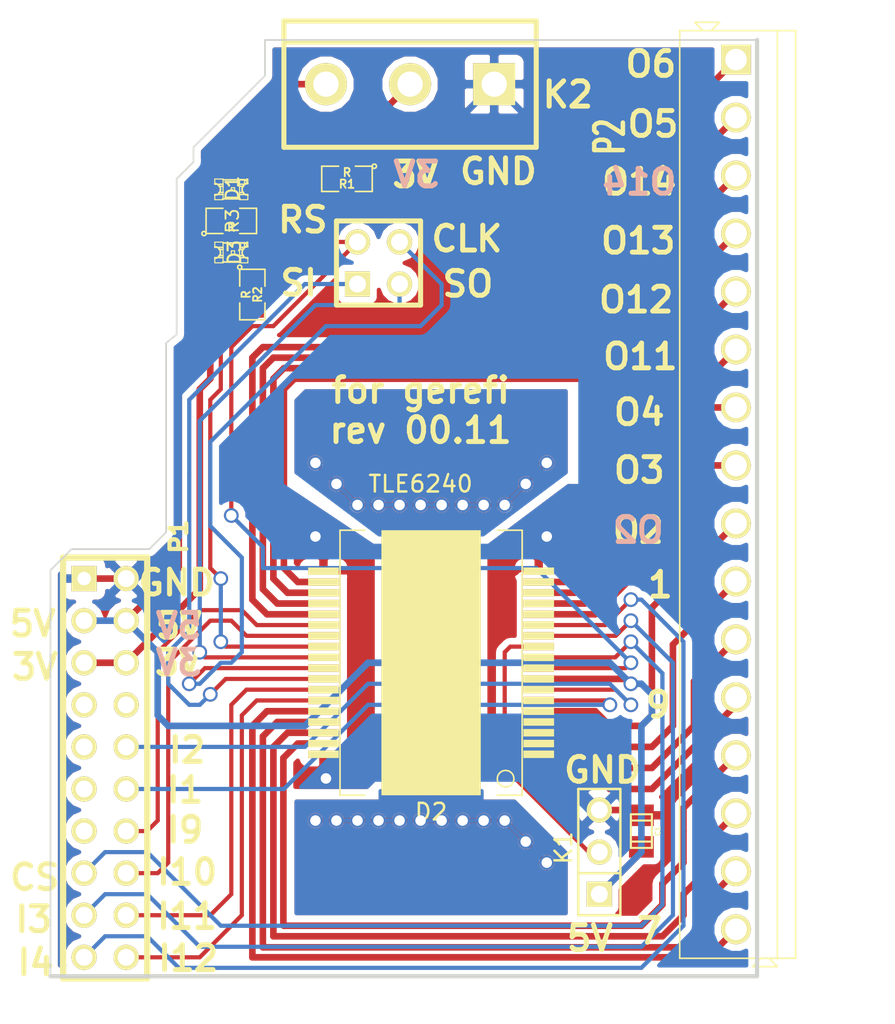
<source format=kicad_pcb>
(kicad_pcb (version 4) (host pcbnew 4.0.5)

  (general
    (links 53)
    (no_connects 0)
    (area 120.639999 87.7808 230.608 190.510001)
    (thickness 1.6)
    (drawings 69)
    (tracks 403)
    (zones 0)
    (modules 12)
    (nets 37)
  )

  (page A)
  (title_block
    (title "gerefi break out board")
    (date 2018-12-29)
    (rev R0.1)
  )

  (layers
    (0 F.Cu signal)
    (31 B.Cu signal)
    (32 B.Adhes user)
    (33 F.Adhes user)
    (34 B.Paste user)
    (35 F.Paste user)
    (36 B.SilkS user)
    (37 F.SilkS user)
    (38 B.Mask user)
    (39 F.Mask user)
    (40 Dwgs.User user)
    (41 Cmts.User user)
    (42 Eco1.User user)
    (43 Eco2.User user hide)
    (44 Edge.Cuts user)
  )

  (setup
    (last_trace_width 0.254)
    (user_trace_width 0.254)
    (user_trace_width 0.254)
    (user_trace_width 0.39116)
    (user_trace_width 0.39116)
    (user_trace_width 0.508)
    (user_trace_width 0.508)
    (user_trace_width 0.762)
    (user_trace_width 0.762)
    (user_trace_width 1.38176)
    (user_trace_width 1.38176)
    (user_trace_width 3.6068)
    (user_trace_width 9.3472)
    (trace_clearance 0.012)
    (zone_clearance 0.4)
    (zone_45_only no)
    (trace_min 0.254)
    (segment_width 0.1)
    (edge_width 0.1)
    (via_size 0.889)
    (via_drill 0.635)
    (via_min_size 0.889)
    (via_min_drill 0.508)
    (user_via 1.016 0.508)
    (user_via 1.016 0.508)
    (user_via 1.651 1.143)
    (user_via 1.651 1.143)
    (user_via 3.6322 0.31242)
    (user_via 3.6322 0.31242)
    (uvia_size 0.508)
    (uvia_drill 0.127)
    (uvias_allowed no)
    (uvia_min_size 0.508)
    (uvia_min_drill 0.127)
    (pcb_text_width 0.3)
    (pcb_text_size 1.5 1.5)
    (mod_edge_width 0.15)
    (mod_text_size 1 1)
    (mod_text_width 0.15)
    (pad_size 1.524 1.524)
    (pad_drill 1.016)
    (pad_to_mask_clearance 0)
    (aux_axis_origin 0 0)
    (visible_elements 7FFFFF3F)
    (pcbplotparams
      (layerselection 0x00030_80000001)
      (usegerberextensions true)
      (excludeedgelayer true)
      (linewidth 0.150000)
      (plotframeref false)
      (viasonmask false)
      (mode 1)
      (useauxorigin false)
      (hpglpennumber 1)
      (hpglpenspeed 20)
      (hpglpendiameter 15)
      (hpglpenoverlay 2)
      (psnegative false)
      (psa4output false)
      (plotreference true)
      (plotvalue true)
      (plotinvisibletext false)
      (padsonsilk false)
      (subtractmaskfromsilk false)
      (outputformat 1)
      (mirror false)
      (drillshape 0)
      (scaleselection 1)
      (outputdirectory gerber_tle6240))
  )

  (net 0 "")
  (net 1 +5V)
  (net 2 /+3.3V)
  (net 3 /CS)
  (net 4 /Fault)
  (net 5 /IN1)
  (net 6 /IN10)
  (net 7 /IN11)
  (net 8 /IN12)
  (net 9 /IN2)
  (net 10 /IN3)
  (net 11 /IN4)
  (net 12 /IN9)
  (net 13 /OUT1)
  (net 14 /OUT10)
  (net 15 /OUT11)
  (net 16 /OUT12)
  (net 17 /OUT13)
  (net 18 /OUT14)
  (net 19 /OUT15)
  (net 20 /OUT16)
  (net 21 /OUT2)
  (net 22 /OUT3)
  (net 23 /OUT4)
  (net 24 /OUT5)
  (net 25 /OUT6)
  (net 26 /OUT7)
  (net 27 /OUT8)
  (net 28 /OUT9)
  (net 29 /PRG)
  (net 30 /Reset)
  (net 31 /SCLK)
  (net 32 /SI)
  (net 33 /SO)
  (net 34 GND)
  (net 35 N-0000014)
  (net 36 N-0000023)

  (net_class Default "This is the default net class."
    (clearance 0.012)
    (trace_width 0.254)
    (via_dia 0.889)
    (via_drill 0.635)
    (uvia_dia 0.508)
    (uvia_drill 0.127)
    (add_net N-0000014)
    (add_net N-0000023)
  )

  (net_class Power ""
    (clearance 0.154)
    (trace_width 0.4)
    (via_dia 0.889)
    (via_drill 0.635)
    (uvia_dia 0.508)
    (uvia_drill 0.127)
    (add_net +5V)
    (add_net /+3.3V)
    (add_net /OUT1)
    (add_net /OUT10)
    (add_net /OUT11)
    (add_net /OUT12)
    (add_net /OUT13)
    (add_net /OUT14)
    (add_net /OUT15)
    (add_net /OUT16)
    (add_net /OUT2)
    (add_net /OUT3)
    (add_net /OUT4)
    (add_net /OUT5)
    (add_net /OUT6)
    (add_net /OUT7)
    (add_net /OUT8)
    (add_net /OUT9)
    (add_net GND)
  )

  (net_class Signal ""
    (clearance 0.154)
    (trace_width 0.254)
    (via_dia 0.889)
    (via_drill 0.635)
    (uvia_dia 0.508)
    (uvia_drill 0.127)
    (add_net /CS)
    (add_net /Fault)
    (add_net /IN1)
    (add_net /IN10)
    (add_net /IN11)
    (add_net /IN12)
    (add_net /IN2)
    (add_net /IN3)
    (add_net /IN4)
    (add_net /IN9)
    (add_net /PRG)
    (add_net /Reset)
    (add_net /SCLK)
    (add_net /SI)
    (add_net /SO)
  )

  (module SM0805 (layer F.Cu) (tedit 5091495C) (tstamp 52FB0DAD)
    (at 193.675 102.87 180)
    (path /52F8DA08)
    (attr smd)
    (fp_text reference R1 (at 0 -0.3175 180) (layer F.SilkS)
      (effects (font (size 0.50038 0.50038) (thickness 0.10922)))
    )
    (fp_text value R (at 0 0.381 180) (layer F.SilkS)
      (effects (font (size 0.50038 0.50038) (thickness 0.10922)))
    )
    (fp_circle (center -1.651 0.762) (end -1.651 0.635) (layer F.SilkS) (width 0.09906))
    (fp_line (start -0.508 0.762) (end -1.524 0.762) (layer F.SilkS) (width 0.09906))
    (fp_line (start -1.524 0.762) (end -1.524 -0.762) (layer F.SilkS) (width 0.09906))
    (fp_line (start -1.524 -0.762) (end -0.508 -0.762) (layer F.SilkS) (width 0.09906))
    (fp_line (start 0.508 -0.762) (end 1.524 -0.762) (layer F.SilkS) (width 0.09906))
    (fp_line (start 1.524 -0.762) (end 1.524 0.762) (layer F.SilkS) (width 0.09906))
    (fp_line (start 1.524 0.762) (end 0.508 0.762) (layer F.SilkS) (width 0.09906))
    (pad 1 smd rect (at -0.9525 0 180) (size 0.889 1.397) (layers F.Cu F.Paste F.Mask)
      (net 34 GND))
    (pad 2 smd rect (at 0.9525 0 180) (size 0.889 1.397) (layers F.Cu F.Paste F.Mask)
      (net 36 N-0000023))
    (model smd/chip_cms.wrl
      (at (xyz 0 0 0))
      (scale (xyz 0.1 0.1 0.1))
      (rotate (xyz 0 0 0))
    )
  )

  (module SM0805 (layer F.Cu) (tedit 5091495C) (tstamp 52FB0DBA)
    (at 187.96 109.855 270)
    (path /52F9D13C)
    (attr smd)
    (fp_text reference R2 (at 0 -0.3175 270) (layer F.SilkS)
      (effects (font (size 0.50038 0.50038) (thickness 0.10922)))
    )
    (fp_text value R (at 0 0.381 270) (layer F.SilkS)
      (effects (font (size 0.50038 0.50038) (thickness 0.10922)))
    )
    (fp_circle (center -1.651 0.762) (end -1.651 0.635) (layer F.SilkS) (width 0.09906))
    (fp_line (start -0.508 0.762) (end -1.524 0.762) (layer F.SilkS) (width 0.09906))
    (fp_line (start -1.524 0.762) (end -1.524 -0.762) (layer F.SilkS) (width 0.09906))
    (fp_line (start -1.524 -0.762) (end -0.508 -0.762) (layer F.SilkS) (width 0.09906))
    (fp_line (start 0.508 -0.762) (end 1.524 -0.762) (layer F.SilkS) (width 0.09906))
    (fp_line (start 1.524 -0.762) (end 1.524 0.762) (layer F.SilkS) (width 0.09906))
    (fp_line (start 1.524 0.762) (end 0.508 0.762) (layer F.SilkS) (width 0.09906))
    (pad 1 smd rect (at -0.9525 0 270) (size 0.889 1.397) (layers F.Cu F.Paste F.Mask)
      (net 35 N-0000014))
    (pad 2 smd rect (at 0.9525 0 270) (size 0.889 1.397) (layers F.Cu F.Paste F.Mask)
      (net 4 /Fault))
    (model smd/chip_cms.wrl
      (at (xyz 0 0 0))
      (scale (xyz 0.1 0.1 0.1))
      (rotate (xyz 0 0 0))
    )
  )

  (module PIN_ARRAY_3X1 (layer F.Cu) (tedit 52FB37A7) (tstamp 52FB0DC6)
    (at 208.915 143.51 90)
    (descr "Connecteur 3 pins")
    (tags "CONN DEV")
    (path /52FC8371)
    (fp_text reference K1 (at 0.254 -2.159 90) (layer F.SilkS)
      (effects (font (size 1.016 1.016) (thickness 0.1524)))
    )
    (fp_text value JUMPER3 (at 0 -2.159 90) (layer F.SilkS) hide
      (effects (font (size 1.016 1.016) (thickness 0.1524)))
    )
    (fp_line (start -3.81 1.27) (end -3.81 -1.27) (layer F.SilkS) (width 0.1524))
    (fp_line (start -3.81 -1.27) (end 3.81 -1.27) (layer F.SilkS) (width 0.1524))
    (fp_line (start 3.81 -1.27) (end 3.81 1.27) (layer F.SilkS) (width 0.1524))
    (fp_line (start 3.81 1.27) (end -3.81 1.27) (layer F.SilkS) (width 0.1524))
    (fp_line (start -1.27 -1.27) (end -1.27 1.27) (layer F.SilkS) (width 0.1524))
    (pad 1 thru_hole rect (at -2.54 0 90) (size 1.524 1.524) (drill 1.016) (layers *.Cu *.Mask F.SilkS)
      (net 1 +5V))
    (pad 2 thru_hole circle (at 0 0 90) (size 1.524 1.524) (drill 1.016) (layers *.Cu *.Mask F.SilkS)
      (net 29 /PRG))
    (pad 3 thru_hole circle (at 2.54 0 90) (size 1.524 1.524) (drill 1.016) (layers *.Cu *.Mask F.SilkS)
      (net 34 GND))
    (model pin_array/pins_array_3x1.wrl
      (at (xyz 0 0 0))
      (scale (xyz 1 1 1))
      (rotate (xyz 0 0 0))
    )
  )

  (module PIN_ARRAY_10X2 (layer F.Cu) (tedit 541D514E) (tstamp 52FB0DE2)
    (at 179.07 138.43 270)
    (descr "Double rangee de contacts 2 x 10 pins")
    (tags CONN)
    (path /52F8BA09)
    (fp_text reference P1 (at -13.97 -4.445 270) (layer F.SilkS)
      (effects (font (size 1.016 1.016) (thickness 0.254)))
    )
    (fp_text value CONN_10X2 (at -0.1905 7.747 270) (layer F.SilkS) hide
      (effects (font (size 1.016 1.016) (thickness 0.2032)))
    )
    (fp_line (start 12.7 2.54) (end -12.7 2.54) (layer F.SilkS) (width 0.381))
    (fp_line (start -12.7 -2.54) (end 12.7 -2.54) (layer F.SilkS) (width 0.381))
    (fp_line (start -12.7 -2.54) (end -12.7 2.54) (layer F.SilkS) (width 0.381))
    (fp_line (start 12.7 2.54) (end 12.7 -2.54) (layer F.SilkS) (width 0.381))
    (pad 1 thru_hole rect (at -11.43 1.27 270) (size 1.524 1.524) (drill 0.8128) (layers *.Cu *.Mask F.SilkS)
      (net 34 GND))
    (pad 2 thru_hole circle (at -11.43 -1.27 270) (size 1.524 1.524) (drill 1.016) (layers *.Cu *.Mask F.SilkS)
      (net 34 GND))
    (pad 3 thru_hole circle (at -8.89 1.27 270) (size 1.524 1.524) (drill 1.016) (layers *.Cu *.Mask F.SilkS)
      (net 1 +5V))
    (pad 4 thru_hole circle (at -8.89 -1.27 270) (size 1.524 1.524) (drill 1.016) (layers *.Cu *.Mask F.SilkS)
      (net 1 +5V))
    (pad 5 thru_hole circle (at -6.35 1.27 270) (size 1.524 1.524) (drill 1.016) (layers *.Cu *.Mask F.SilkS)
      (net 2 /+3.3V))
    (pad 6 thru_hole circle (at -6.35 -1.27 270) (size 1.524 1.524) (drill 1.016) (layers *.Cu *.Mask F.SilkS)
      (net 2 /+3.3V))
    (pad 7 thru_hole circle (at -3.81 1.27 270) (size 1.524 1.524) (drill 1.016) (layers *.Cu *.Mask F.SilkS))
    (pad 8 thru_hole circle (at -3.81 -1.27 270) (size 1.524 1.524) (drill 1.016) (layers *.Cu *.Mask F.SilkS))
    (pad 9 thru_hole circle (at -1.27 1.27 270) (size 1.524 1.524) (drill 1.016) (layers *.Cu *.Mask F.SilkS))
    (pad 10 thru_hole circle (at -1.27 -1.27 270) (size 1.524 1.524) (drill 1.016) (layers *.Cu *.Mask F.SilkS)
      (net 9 /IN2))
    (pad 11 thru_hole circle (at 1.27 1.27 270) (size 1.524 1.524) (drill 1.016) (layers *.Cu *.Mask F.SilkS))
    (pad 12 thru_hole circle (at 1.27 -1.27 270) (size 1.524 1.524) (drill 1.016) (layers *.Cu *.Mask F.SilkS)
      (net 5 /IN1))
    (pad 13 thru_hole circle (at 3.81 1.27 270) (size 1.524 1.524) (drill 1.016) (layers *.Cu *.Mask F.SilkS))
    (pad 14 thru_hole circle (at 3.81 -1.27 270) (size 1.524 1.524) (drill 1.016) (layers *.Cu *.Mask F.SilkS)
      (net 12 /IN9))
    (pad 15 thru_hole circle (at 6.35 1.27 270) (size 1.524 1.524) (drill 1.016) (layers *.Cu *.Mask F.SilkS)
      (net 3 /CS))
    (pad 16 thru_hole circle (at 6.35 -1.27 270) (size 1.524 1.524) (drill 1.016) (layers *.Cu *.Mask F.SilkS)
      (net 6 /IN10))
    (pad 17 thru_hole circle (at 8.89 1.27 270) (size 1.524 1.524) (drill 1.016) (layers *.Cu *.Mask F.SilkS)
      (net 10 /IN3))
    (pad 18 thru_hole circle (at 8.89 -1.27 270) (size 1.524 1.524) (drill 1.016) (layers *.Cu *.Mask F.SilkS)
      (net 7 /IN11))
    (pad 19 thru_hole circle (at 11.43 1.27 270) (size 1.524 1.524) (drill 1.016) (layers *.Cu *.Mask F.SilkS)
      (net 11 /IN4))
    (pad 20 thru_hole circle (at 11.43 -1.27 270) (size 1.524 1.524) (drill 1.016) (layers *.Cu *.Mask F.SilkS)
      (net 8 /IN12))
    (model 3d/M_header_10x2.wrl
      (at (xyz 0 0 0))
      (scale (xyz 1 1 1))
      (rotate (xyz -90 0 0))
    )
  )

  (module PG-DSO-36 (layer F.Cu) (tedit 541D5102) (tstamp 52FB0E12)
    (at 198.755 132.08 180)
    (path /52F8B8AA)
    (fp_text reference D2 (at 0 -9 180) (layer F.SilkS)
      (effects (font (size 1 1) (thickness 0.15)))
    )
    (fp_text value TLE6240 (at 0.635 10.795 180) (layer F.SilkS)
      (effects (font (size 1 1) (thickness 0.15)))
    )
    (fp_circle (center -4.5 -7) (end -4.5 -7.5) (layer F.SilkS) (width 0.1))
    (fp_line (start 4 -8) (end 5.5 -8) (layer F.SilkS) (width 0.1))
    (fp_line (start 5.5 -8) (end 5.5 8) (layer F.SilkS) (width 0.1))
    (fp_line (start 5.5 8) (end 4 8) (layer F.SilkS) (width 0.1))
    (fp_line (start -5.5 -8) (end -5.5 8) (layer F.SilkS) (width 0.1))
    (fp_line (start -5.5 8) (end -4 8) (layer F.SilkS) (width 0.1))
    (fp_line (start -5.5 -8) (end -4 -8) (layer F.SilkS) (width 0.1))
    (pad 99 smd rect (at 0 0 180) (size 6 16) (layers F.Cu F.Paste F.SilkS F.Mask))
    (pad 1 smd rect (at -6.5 -5.525 180) (size 1.85 0.45) (layers F.Cu F.Paste F.SilkS F.Mask)
      (net 34 GND))
    (pad 2 smd rect (at -6.5 -4.875 180) (size 1.85 0.45) (layers F.Cu F.Paste F.SilkS F.Mask)
      (net 28 /OUT9))
    (pad 3 smd rect (at -6.5 -4.225 180) (size 1.85 0.45) (layers F.Cu F.Paste F.SilkS F.Mask)
      (net 14 /OUT10))
    (pad 4 smd rect (at -6.5 -3.575 180) (size 1.85 0.45) (layers F.Cu F.Paste F.SilkS F.Mask)
      (net 13 /OUT1))
    (pad 5 smd rect (at -6.5 -2.925 180) (size 1.85 0.45) (layers F.Cu F.Paste F.SilkS F.Mask)
      (net 21 /OUT2))
    (pad 6 smd rect (at -6.5 -2.275 180) (size 1.85 0.45) (layers F.Cu F.Paste F.SilkS F.Mask)
      (net 5 /IN1))
    (pad 7 smd rect (at -6.5 -1.625 180) (size 1.85 0.45) (layers F.Cu F.Paste F.SilkS F.Mask)
      (net 9 /IN2))
    (pad 8 smd rect (at -6.5 -0.975 180) (size 1.85 0.45) (layers F.Cu F.Paste F.SilkS F.Mask)
      (net 1 +5V))
    (pad 9 smd rect (at -6.5 -0.325 180) (size 1.85 0.45) (layers F.Cu F.Paste F.SilkS F.Mask)
      (net 30 /Reset))
    (pad 10 smd rect (at -6.5 0.325 180) (size 1.85 0.45) (layers F.Cu F.Paste F.SilkS F.Mask)
      (net 3 /CS))
    (pad 11 smd rect (at -6.5 0.975 180) (size 1.85 0.45) (layers F.Cu F.Paste F.SilkS F.Mask)
      (net 29 /PRG))
    (pad 12 smd rect (at -6.5 1.625 180) (size 1.85 0.45) (layers F.Cu F.Paste F.SilkS F.Mask)
      (net 10 /IN3))
    (pad 13 smd rect (at -6.5 2.275 180) (size 1.85 0.45) (layers F.Cu F.Paste F.SilkS F.Mask)
      (net 11 /IN4))
    (pad 14 smd rect (at -6.5 2.925 180) (size 1.85 0.45) (layers F.Cu F.Paste F.SilkS F.Mask)
      (net 22 /OUT3))
    (pad 15 smd rect (at -6.5 3.575 180) (size 1.85 0.45) (layers F.Cu F.Paste F.SilkS F.Mask)
      (net 23 /OUT4))
    (pad 16 smd rect (at -6.5 4.225 180) (size 1.85 0.45) (layers F.Cu F.Paste F.SilkS F.Mask)
      (net 15 /OUT11))
    (pad 17 smd rect (at -6.5 4.875 180) (size 1.85 0.45) (layers F.Cu F.Paste F.SilkS F.Mask)
      (net 16 /OUT12))
    (pad 18 smd rect (at -6.5 5.525 180) (size 1.85 0.45) (layers F.Cu F.Paste F.SilkS F.Mask)
      (net 34 GND))
    (pad 19 smd rect (at 6.5 5.525 180) (size 1.85 0.45) (layers F.Cu F.Paste F.SilkS F.Mask)
      (net 34 GND))
    (pad 20 smd rect (at 6.5 4.875 180) (size 1.85 0.45) (layers F.Cu F.Paste F.SilkS F.Mask)
      (net 17 /OUT13))
    (pad 21 smd rect (at 6.5 4.225 180) (size 1.85 0.45) (layers F.Cu F.Paste F.SilkS F.Mask)
      (net 18 /OUT14))
    (pad 22 smd rect (at 6.5 3.575 180) (size 1.85 0.45) (layers F.Cu F.Paste F.SilkS F.Mask)
      (net 24 /OUT5))
    (pad 23 smd rect (at 6.5 2.925 180) (size 1.85 0.45) (layers F.Cu F.Paste F.SilkS F.Mask)
      (net 25 /OUT6))
    (pad 24 smd rect (at 6.5 2.275 180) (size 1.85 0.45) (layers F.Cu F.Paste F.SilkS F.Mask)
      (net 12 /IN9))
    (pad 25 smd rect (at 6.5 1.625 180) (size 1.85 0.45) (layers F.Cu F.Paste F.SilkS F.Mask)
      (net 6 /IN10))
    (pad 26 smd rect (at 6.5 0.975 180) (size 1.85 0.45) (layers F.Cu F.Paste F.SilkS F.Mask)
      (net 4 /Fault))
    (pad 27 smd rect (at 6.5 0.325 180) (size 1.85 0.45) (layers F.Cu F.Paste F.SilkS F.Mask)
      (net 33 /SO))
    (pad 28 smd rect (at 6.5 -0.325 180) (size 1.85 0.45) (layers F.Cu F.Paste F.SilkS F.Mask)
      (net 31 /SCLK))
    (pad 29 smd rect (at 6.5 -0.975 180) (size 1.85 0.45) (layers F.Cu F.Paste F.SilkS F.Mask)
      (net 32 /SI))
    (pad 30 smd rect (at 6.5 -1.625 180) (size 1.85 0.45) (layers F.Cu F.Paste F.SilkS F.Mask)
      (net 7 /IN11))
    (pad 31 smd rect (at 6.5 -2.275 180) (size 1.85 0.45) (layers F.Cu F.Paste F.SilkS F.Mask)
      (net 8 /IN12))
    (pad 32 smd rect (at 6.5 -2.925 180) (size 1.85 0.45) (layers F.Cu F.Paste F.SilkS F.Mask)
      (net 26 /OUT7))
    (pad 33 smd rect (at 6.5 -3.575 180) (size 1.85 0.45) (layers F.Cu F.Paste F.SilkS F.Mask)
      (net 27 /OUT8))
    (pad 34 smd rect (at 6.5 -4.225 180) (size 1.85 0.45) (layers F.Cu F.Paste F.SilkS F.Mask)
      (net 19 /OUT15))
    (pad 35 smd rect (at 6.5 -4.875 180) (size 1.85 0.45) (layers F.Cu F.Paste F.SilkS F.Mask)
      (net 20 /OUT16))
    (pad 36 smd rect (at 6.5 -5.525 180) (size 1.85 0.45) (layers F.Cu F.Paste F.SilkS F.Mask)
      (net 34 GND))
  )

  (module LED-0805 (layer F.Cu) (tedit 5383B3BB) (tstamp 52FB0E4D)
    (at 186.69 103.505)
    (descr "LED 0805 smd package")
    (tags "LED 0805 SMD")
    (path /52F8D9F4)
    (attr smd)
    (fp_text reference D1 (at 0.0635 -0.0635 90) (layer F.SilkS)
      (effects (font (size 0.762 0.762) (thickness 0.127)))
    )
    (fp_text value LED (at 0 1.27) (layer F.SilkS) hide
      (effects (font (size 0.762 0.762) (thickness 0.127)))
    )
    (fp_line (start 0.49784 0.29972) (end 0.49784 0.62484) (layer F.SilkS) (width 0.06604))
    (fp_line (start 0.49784 0.62484) (end 0.99822 0.62484) (layer F.SilkS) (width 0.06604))
    (fp_line (start 0.99822 0.29972) (end 0.99822 0.62484) (layer F.SilkS) (width 0.06604))
    (fp_line (start 0.49784 0.29972) (end 0.99822 0.29972) (layer F.SilkS) (width 0.06604))
    (fp_line (start 0.49784 -0.32258) (end 0.49784 -0.17272) (layer F.SilkS) (width 0.06604))
    (fp_line (start 0.49784 -0.17272) (end 0.7493 -0.17272) (layer F.SilkS) (width 0.06604))
    (fp_line (start 0.7493 -0.32258) (end 0.7493 -0.17272) (layer F.SilkS) (width 0.06604))
    (fp_line (start 0.49784 -0.32258) (end 0.7493 -0.32258) (layer F.SilkS) (width 0.06604))
    (fp_line (start 0.49784 0.17272) (end 0.49784 0.32258) (layer F.SilkS) (width 0.06604))
    (fp_line (start 0.49784 0.32258) (end 0.7493 0.32258) (layer F.SilkS) (width 0.06604))
    (fp_line (start 0.7493 0.17272) (end 0.7493 0.32258) (layer F.SilkS) (width 0.06604))
    (fp_line (start 0.49784 0.17272) (end 0.7493 0.17272) (layer F.SilkS) (width 0.06604))
    (fp_line (start 0.49784 -0.19812) (end 0.49784 0.19812) (layer F.SilkS) (width 0.06604))
    (fp_line (start 0.49784 0.19812) (end 0.6731 0.19812) (layer F.SilkS) (width 0.06604))
    (fp_line (start 0.6731 -0.19812) (end 0.6731 0.19812) (layer F.SilkS) (width 0.06604))
    (fp_line (start 0.49784 -0.19812) (end 0.6731 -0.19812) (layer F.SilkS) (width 0.06604))
    (fp_line (start -0.99822 0.29972) (end -0.99822 0.62484) (layer F.SilkS) (width 0.06604))
    (fp_line (start -0.99822 0.62484) (end -0.49784 0.62484) (layer F.SilkS) (width 0.06604))
    (fp_line (start -0.49784 0.29972) (end -0.49784 0.62484) (layer F.SilkS) (width 0.06604))
    (fp_line (start -0.99822 0.29972) (end -0.49784 0.29972) (layer F.SilkS) (width 0.06604))
    (fp_line (start -0.99822 -0.62484) (end -0.99822 -0.29972) (layer F.SilkS) (width 0.06604))
    (fp_line (start -0.99822 -0.29972) (end -0.49784 -0.29972) (layer F.SilkS) (width 0.06604))
    (fp_line (start -0.49784 -0.62484) (end -0.49784 -0.29972) (layer F.SilkS) (width 0.06604))
    (fp_line (start -0.99822 -0.62484) (end -0.49784 -0.62484) (layer F.SilkS) (width 0.06604))
    (fp_line (start -0.7493 0.17272) (end -0.7493 0.32258) (layer F.SilkS) (width 0.06604))
    (fp_line (start -0.7493 0.32258) (end -0.49784 0.32258) (layer F.SilkS) (width 0.06604))
    (fp_line (start -0.49784 0.17272) (end -0.49784 0.32258) (layer F.SilkS) (width 0.06604))
    (fp_line (start -0.7493 0.17272) (end -0.49784 0.17272) (layer F.SilkS) (width 0.06604))
    (fp_line (start -0.7493 -0.32258) (end -0.7493 -0.17272) (layer F.SilkS) (width 0.06604))
    (fp_line (start -0.7493 -0.17272) (end -0.49784 -0.17272) (layer F.SilkS) (width 0.06604))
    (fp_line (start -0.49784 -0.32258) (end -0.49784 -0.17272) (layer F.SilkS) (width 0.06604))
    (fp_line (start -0.7493 -0.32258) (end -0.49784 -0.32258) (layer F.SilkS) (width 0.06604))
    (fp_line (start -0.6731 -0.19812) (end -0.6731 0.19812) (layer F.SilkS) (width 0.06604))
    (fp_line (start -0.6731 0.19812) (end -0.49784 0.19812) (layer F.SilkS) (width 0.06604))
    (fp_line (start -0.49784 -0.19812) (end -0.49784 0.19812) (layer F.SilkS) (width 0.06604))
    (fp_line (start -0.6731 -0.19812) (end -0.49784 -0.19812) (layer F.SilkS) (width 0.06604))
    (fp_line (start 0 -0.09906) (end 0 0.09906) (layer F.SilkS) (width 0.06604))
    (fp_line (start 0 0.09906) (end 0.19812 0.09906) (layer F.SilkS) (width 0.06604))
    (fp_line (start 0.19812 -0.09906) (end 0.19812 0.09906) (layer F.SilkS) (width 0.06604))
    (fp_line (start 0 -0.09906) (end 0.19812 -0.09906) (layer F.SilkS) (width 0.06604))
    (fp_line (start 0.49784 -0.59944) (end 0.49784 -0.29972) (layer F.SilkS) (width 0.06604))
    (fp_line (start 0.49784 -0.29972) (end 0.79756 -0.29972) (layer F.SilkS) (width 0.06604))
    (fp_line (start 0.79756 -0.59944) (end 0.79756 -0.29972) (layer F.SilkS) (width 0.06604))
    (fp_line (start 0.49784 -0.59944) (end 0.79756 -0.59944) (layer F.SilkS) (width 0.06604))
    (fp_line (start 0.92456 -0.62484) (end 0.92456 -0.39878) (layer F.SilkS) (width 0.06604))
    (fp_line (start 0.92456 -0.39878) (end 0.99822 -0.39878) (layer F.SilkS) (width 0.06604))
    (fp_line (start 0.99822 -0.62484) (end 0.99822 -0.39878) (layer F.SilkS) (width 0.06604))
    (fp_line (start 0.92456 -0.62484) (end 0.99822 -0.62484) (layer F.SilkS) (width 0.06604))
    (fp_line (start 0.52324 0.57404) (end -0.52324 0.57404) (layer F.SilkS) (width 0.1016))
    (fp_line (start -0.49784 -0.57404) (end 0.92456 -0.57404) (layer F.SilkS) (width 0.1016))
    (fp_circle (center 0.84836 -0.44958) (end 0.89916 -0.50038) (layer F.SilkS) (width 0.0508))
    (fp_arc (start 0.99822 0) (end 0.99822 0.34798) (angle 180) (layer F.SilkS) (width 0.1016))
    (fp_arc (start -0.99822 0) (end -0.99822 -0.34798) (angle 180) (layer F.SilkS) (width 0.1016))
    (pad 1 smd rect (at -1.04902 0) (size 1.19888 1.19888) (layers F.Cu F.Paste F.Mask)
      (net 1 +5V))
    (pad 2 smd rect (at 1.04902 0) (size 1.19888 1.19888) (layers F.Cu F.Paste F.Mask)
      (net 36 N-0000023))
  )

  (module LED-0805 (layer F.Cu) (tedit 5383B3B1) (tstamp 52FB0E88)
    (at 186.69 107.315)
    (descr "LED 0805 smd package")
    (tags "LED 0805 SMD")
    (path /52F9D123)
    (attr smd)
    (fp_text reference D3 (at 0.1905 0 90) (layer F.SilkS)
      (effects (font (size 0.762 0.762) (thickness 0.127)))
    )
    (fp_text value LED (at 0 1.27) (layer F.SilkS) hide
      (effects (font (size 0.762 0.762) (thickness 0.127)))
    )
    (fp_line (start 0.49784 0.29972) (end 0.49784 0.62484) (layer F.SilkS) (width 0.06604))
    (fp_line (start 0.49784 0.62484) (end 0.99822 0.62484) (layer F.SilkS) (width 0.06604))
    (fp_line (start 0.99822 0.29972) (end 0.99822 0.62484) (layer F.SilkS) (width 0.06604))
    (fp_line (start 0.49784 0.29972) (end 0.99822 0.29972) (layer F.SilkS) (width 0.06604))
    (fp_line (start 0.49784 -0.32258) (end 0.49784 -0.17272) (layer F.SilkS) (width 0.06604))
    (fp_line (start 0.49784 -0.17272) (end 0.7493 -0.17272) (layer F.SilkS) (width 0.06604))
    (fp_line (start 0.7493 -0.32258) (end 0.7493 -0.17272) (layer F.SilkS) (width 0.06604))
    (fp_line (start 0.49784 -0.32258) (end 0.7493 -0.32258) (layer F.SilkS) (width 0.06604))
    (fp_line (start 0.49784 0.17272) (end 0.49784 0.32258) (layer F.SilkS) (width 0.06604))
    (fp_line (start 0.49784 0.32258) (end 0.7493 0.32258) (layer F.SilkS) (width 0.06604))
    (fp_line (start 0.7493 0.17272) (end 0.7493 0.32258) (layer F.SilkS) (width 0.06604))
    (fp_line (start 0.49784 0.17272) (end 0.7493 0.17272) (layer F.SilkS) (width 0.06604))
    (fp_line (start 0.49784 -0.19812) (end 0.49784 0.19812) (layer F.SilkS) (width 0.06604))
    (fp_line (start 0.49784 0.19812) (end 0.6731 0.19812) (layer F.SilkS) (width 0.06604))
    (fp_line (start 0.6731 -0.19812) (end 0.6731 0.19812) (layer F.SilkS) (width 0.06604))
    (fp_line (start 0.49784 -0.19812) (end 0.6731 -0.19812) (layer F.SilkS) (width 0.06604))
    (fp_line (start -0.99822 0.29972) (end -0.99822 0.62484) (layer F.SilkS) (width 0.06604))
    (fp_line (start -0.99822 0.62484) (end -0.49784 0.62484) (layer F.SilkS) (width 0.06604))
    (fp_line (start -0.49784 0.29972) (end -0.49784 0.62484) (layer F.SilkS) (width 0.06604))
    (fp_line (start -0.99822 0.29972) (end -0.49784 0.29972) (layer F.SilkS) (width 0.06604))
    (fp_line (start -0.99822 -0.62484) (end -0.99822 -0.29972) (layer F.SilkS) (width 0.06604))
    (fp_line (start -0.99822 -0.29972) (end -0.49784 -0.29972) (layer F.SilkS) (width 0.06604))
    (fp_line (start -0.49784 -0.62484) (end -0.49784 -0.29972) (layer F.SilkS) (width 0.06604))
    (fp_line (start -0.99822 -0.62484) (end -0.49784 -0.62484) (layer F.SilkS) (width 0.06604))
    (fp_line (start -0.7493 0.17272) (end -0.7493 0.32258) (layer F.SilkS) (width 0.06604))
    (fp_line (start -0.7493 0.32258) (end -0.49784 0.32258) (layer F.SilkS) (width 0.06604))
    (fp_line (start -0.49784 0.17272) (end -0.49784 0.32258) (layer F.SilkS) (width 0.06604))
    (fp_line (start -0.7493 0.17272) (end -0.49784 0.17272) (layer F.SilkS) (width 0.06604))
    (fp_line (start -0.7493 -0.32258) (end -0.7493 -0.17272) (layer F.SilkS) (width 0.06604))
    (fp_line (start -0.7493 -0.17272) (end -0.49784 -0.17272) (layer F.SilkS) (width 0.06604))
    (fp_line (start -0.49784 -0.32258) (end -0.49784 -0.17272) (layer F.SilkS) (width 0.06604))
    (fp_line (start -0.7493 -0.32258) (end -0.49784 -0.32258) (layer F.SilkS) (width 0.06604))
    (fp_line (start -0.6731 -0.19812) (end -0.6731 0.19812) (layer F.SilkS) (width 0.06604))
    (fp_line (start -0.6731 0.19812) (end -0.49784 0.19812) (layer F.SilkS) (width 0.06604))
    (fp_line (start -0.49784 -0.19812) (end -0.49784 0.19812) (layer F.SilkS) (width 0.06604))
    (fp_line (start -0.6731 -0.19812) (end -0.49784 -0.19812) (layer F.SilkS) (width 0.06604))
    (fp_line (start 0 -0.09906) (end 0 0.09906) (layer F.SilkS) (width 0.06604))
    (fp_line (start 0 0.09906) (end 0.19812 0.09906) (layer F.SilkS) (width 0.06604))
    (fp_line (start 0.19812 -0.09906) (end 0.19812 0.09906) (layer F.SilkS) (width 0.06604))
    (fp_line (start 0 -0.09906) (end 0.19812 -0.09906) (layer F.SilkS) (width 0.06604))
    (fp_line (start 0.49784 -0.59944) (end 0.49784 -0.29972) (layer F.SilkS) (width 0.06604))
    (fp_line (start 0.49784 -0.29972) (end 0.79756 -0.29972) (layer F.SilkS) (width 0.06604))
    (fp_line (start 0.79756 -0.59944) (end 0.79756 -0.29972) (layer F.SilkS) (width 0.06604))
    (fp_line (start 0.49784 -0.59944) (end 0.79756 -0.59944) (layer F.SilkS) (width 0.06604))
    (fp_line (start 0.92456 -0.62484) (end 0.92456 -0.39878) (layer F.SilkS) (width 0.06604))
    (fp_line (start 0.92456 -0.39878) (end 0.99822 -0.39878) (layer F.SilkS) (width 0.06604))
    (fp_line (start 0.99822 -0.62484) (end 0.99822 -0.39878) (layer F.SilkS) (width 0.06604))
    (fp_line (start 0.92456 -0.62484) (end 0.99822 -0.62484) (layer F.SilkS) (width 0.06604))
    (fp_line (start 0.52324 0.57404) (end -0.52324 0.57404) (layer F.SilkS) (width 0.1016))
    (fp_line (start -0.49784 -0.57404) (end 0.92456 -0.57404) (layer F.SilkS) (width 0.1016))
    (fp_circle (center 0.84836 -0.44958) (end 0.89916 -0.50038) (layer F.SilkS) (width 0.0508))
    (fp_arc (start 0.99822 0) (end 0.99822 0.34798) (angle 180) (layer F.SilkS) (width 0.1016))
    (fp_arc (start -0.99822 0) (end -0.99822 -0.34798) (angle 180) (layer F.SilkS) (width 0.1016))
    (pad 1 smd rect (at -1.04902 0) (size 1.19888 1.19888) (layers F.Cu F.Paste F.Mask)
      (net 1 +5V))
    (pad 2 smd rect (at 1.04902 0) (size 1.19888 1.19888) (layers F.Cu F.Paste F.Mask)
      (net 35 N-0000014))
  )

  (module c_0805 (layer F.Cu) (tedit 49047394) (tstamp 52FB0E94)
    (at 211.455 142.24 270)
    (descr "SMT capacitor, 0805")
    (path /52F8B996)
    (fp_text reference C1 (at 0 -0.9906 270) (layer F.SilkS)
      (effects (font (size 0.29972 0.29972) (thickness 0.06096)))
    )
    (fp_text value C (at 0 0.9906 270) (layer F.SilkS) hide
      (effects (font (size 0.29972 0.29972) (thickness 0.06096)))
    )
    (fp_line (start 0.635 -0.635) (end 0.635 0.635) (layer F.SilkS) (width 0.127))
    (fp_line (start -0.635 -0.635) (end -0.635 0.6096) (layer F.SilkS) (width 0.127))
    (fp_line (start -1.016 -0.635) (end 1.016 -0.635) (layer F.SilkS) (width 0.127))
    (fp_line (start 1.016 -0.635) (end 1.016 0.635) (layer F.SilkS) (width 0.127))
    (fp_line (start 1.016 0.635) (end -1.016 0.635) (layer F.SilkS) (width 0.127))
    (fp_line (start -1.016 0.635) (end -1.016 -0.635) (layer F.SilkS) (width 0.127))
    (pad 1 smd rect (at 0.9525 0 270) (size 1.30048 1.4986) (layers F.Cu F.Paste F.Mask)
      (net 1 +5V))
    (pad 2 smd rect (at -0.9525 0 270) (size 1.30048 1.4986) (layers F.Cu F.Paste F.Mask)
      (net 34 GND))
    (model smd/capacitors/c_0805.wrl
      (at (xyz 0 0 0))
      (scale (xyz 1 1 1))
      (rotate (xyz 0 0 0))
    )
  )

  (module bornier3 (layer F.Cu) (tedit 541D50EB) (tstamp 52FB1633)
    (at 197.485 97.155 180)
    (descr "Bornier d'alimentation 3 pins")
    (tags DEV)
    (path /52FB13F1)
    (fp_text reference K2 (at -9.525 -0.635 180) (layer F.SilkS)
      (effects (font (thickness 0.3048)))
    )
    (fp_text value CONN_3 (at -1.524 8.001 180) (layer F.SilkS) hide
      (effects (font (thickness 0.3048)))
    )
    (fp_line (start -7.62 3.81) (end -7.62 -3.81) (layer F.SilkS) (width 0.3048))
    (fp_line (start 7.62 3.81) (end 7.62 -3.81) (layer F.SilkS) (width 0.3048))
    (fp_line (start -7.62 2.54) (end 7.62 2.54) (layer F.SilkS) (width 0.3048))
    (fp_line (start -7.62 -3.81) (end 7.62 -3.81) (layer F.SilkS) (width 0.3048))
    (fp_line (start -7.62 3.81) (end 7.62 3.81) (layer F.SilkS) (width 0.3048))
    (pad 1 thru_hole rect (at -5.08 0 180) (size 2.54 2.54) (drill 1.524) (layers *.Cu *.Mask F.SilkS)
      (net 34 GND))
    (pad 2 thru_hole circle (at 0 0 180) (size 2.54 2.54) (drill 1.524) (layers *.Cu *.Mask F.SilkS)
      (net 2 /+3.3V))
    (pad 3 thru_hole circle (at 5.08 0 180) (size 2.54 2.54) (drill 1.524) (layers *.Cu *.Mask F.SilkS)
      (net 1 +5V))
    (model device/bornier_3.wrl
      (at (xyz 0 0 0))
      (scale (xyz 1 1 1))
      (rotate (xyz 0 0 0))
    )
  )

  (module SIL-16_3.5MM (layer F.Cu) (tedit 541D5133) (tstamp 52FB39C7)
    (at 217.17 121.92 270)
    (descr "14 PIN 3.5MM")
    (path /52FB1B2B)
    (fp_text reference P2 (at -21.59 7.62 270) (layer F.SilkS)
      (effects (font (size 1.72974 1.08712) (thickness 0.27178)))
    )
    (fp_text value CONN_16 (at 0 -5.715 270) (layer F.SilkS) hide
      (effects (font (size 1.524 1.016) (thickness 0.254)))
    )
    (fp_line (start -28 2) (end -28.5 2.5) (layer F.SilkS) (width 0.09906))
    (fp_line (start -28.5 2.5) (end -28.5 1.5) (layer F.SilkS) (width 0.09906))
    (fp_line (start -28.5 1.5) (end -28.5 1) (layer F.SilkS) (width 0.09906))
    (fp_line (start -28.5 1) (end -28 1.5) (layer F.SilkS) (width 0.09906))
    (fp_line (start 28 -2) (end 28.5 -2.5) (layer F.SilkS) (width 0.09906))
    (fp_line (start 28.5 -2.5) (end 28.5 -1.5) (layer F.SilkS) (width 0.09906))
    (fp_line (start 28.5 -1.5) (end 28.5 -1) (layer F.SilkS) (width 0.09906))
    (fp_line (start 28.5 -1) (end 28 -1.5) (layer F.SilkS) (width 0.09906))
    (fp_line (start -28 -2.5) (end 28 -2.5) (layer F.SilkS) (width 0.09906))
    (fp_line (start -28 -3.6) (end 28 -3.6) (layer F.SilkS) (width 0.09906))
    (fp_line (start 28 -3.6) (end 28 3.4) (layer F.SilkS) (width 0.09906))
    (fp_line (start 28 3.4) (end -28 3.4) (layer F.SilkS) (width 0.09906))
    (fp_line (start -28 3.4) (end -28 -3.6) (layer F.SilkS) (width 0.09906))
    (pad 16 thru_hole circle (at 26.25 0 270) (size 1.8 1.8) (drill 1.3) (layers *.Cu *.Mask F.SilkS)
      (net 26 /OUT7))
    (pad 15 thru_hole circle (at 22.75 0 270) (size 1.8 1.8) (drill 1.3) (layers *.Cu *.Mask F.SilkS)
      (net 27 /OUT8))
    (pad 1 thru_hole rect (at -26.25 0 270) (size 1.8 1.8) (drill 1.3) (layers *.Cu *.Mask F.SilkS)
      (net 25 /OUT6))
    (pad 2 thru_hole circle (at -22.75 0 270) (size 1.8 1.8) (drill 1.3) (layers *.Cu *.Mask F.SilkS)
      (net 24 /OUT5))
    (pad 3 thru_hole circle (at -19.25 0 270) (size 1.8 1.8) (drill 1.3) (layers *.Cu *.Mask F.SilkS)
      (net 18 /OUT14))
    (pad 4 thru_hole circle (at -15.75 0 270) (size 1.8 1.8) (drill 1.3) (layers *.Cu *.Mask F.SilkS)
      (net 17 /OUT13))
    (pad 5 thru_hole circle (at -12.25 0 270) (size 1.8 1.8) (drill 1.3) (layers *.Cu *.Mask F.SilkS)
      (net 16 /OUT12))
    (pad 6 thru_hole circle (at -8.75 0 270) (size 1.8 1.8) (drill 1.3) (layers *.Cu *.Mask F.SilkS)
      (net 15 /OUT11))
    (pad 7 thru_hole circle (at -5.25 0 270) (size 1.8 1.8) (drill 1.3) (layers *.Cu *.Mask F.SilkS)
      (net 23 /OUT4))
    (pad 8 thru_hole circle (at -1.75 0 270) (size 1.8 1.8) (drill 1.3) (layers *.Cu *.Mask F.SilkS)
      (net 22 /OUT3))
    (pad 9 thru_hole circle (at 1.75 0 270) (size 1.8 1.8) (drill 1.3) (layers *.Cu *.Mask F.SilkS)
      (net 21 /OUT2))
    (pad 10 thru_hole circle (at 5.25 0 270) (size 1.8 1.8) (drill 1.3) (layers *.Cu *.Mask F.SilkS)
      (net 13 /OUT1))
    (pad 11 thru_hole circle (at 8.75 0 270) (size 1.8 1.8) (drill 1.3) (layers *.Cu *.Mask F.SilkS)
      (net 14 /OUT10))
    (pad 12 thru_hole circle (at 12.25 0 270) (size 1.8 1.8) (drill 1.3) (layers *.Cu *.Mask F.SilkS)
      (net 28 /OUT9))
    (pad 13 thru_hole circle (at 15.75 0 270) (size 1.8 1.8) (drill 1.3) (layers *.Cu *.Mask F.SilkS)
      (net 20 /OUT16))
    (pad 14 thru_hole circle (at 19.25 0 270) (size 1.8 1.8) (drill 1.3) (layers *.Cu *.Mask F.SilkS)
      (net 19 /OUT15))
    (model device/bornier_6.wrl
      (at (xyz -0.5 0 0))
      (scale (xyz 1 1 1))
      (rotate (xyz 0 0 0))
    )
    (model device/bornier_6.wrl
      (at (xyz 0.5 0 0))
      (scale (xyz 1 1 1))
      (rotate (xyz 0 0 0))
    )
  )

  (module SM0805 (layer F.Cu) (tedit 5383B3D6) (tstamp 52FB3B6F)
    (at 186.69 105.41)
    (path /52FB23F7)
    (attr smd)
    (fp_text reference R3 (at 0.0635 0 90) (layer F.SilkS)
      (effects (font (size 0.762 0.762) (thickness 0.10922)))
    )
    (fp_text value R (at 0 0.381) (layer F.SilkS)
      (effects (font (size 0.50038 0.50038) (thickness 0.10922)))
    )
    (fp_circle (center -1.651 0.762) (end -1.651 0.635) (layer F.SilkS) (width 0.09906))
    (fp_line (start -0.508 0.762) (end -1.524 0.762) (layer F.SilkS) (width 0.09906))
    (fp_line (start -1.524 0.762) (end -1.524 -0.762) (layer F.SilkS) (width 0.09906))
    (fp_line (start -1.524 -0.762) (end -0.508 -0.762) (layer F.SilkS) (width 0.09906))
    (fp_line (start 0.508 -0.762) (end 1.524 -0.762) (layer F.SilkS) (width 0.09906))
    (fp_line (start 1.524 -0.762) (end 1.524 0.762) (layer F.SilkS) (width 0.09906))
    (fp_line (start 1.524 0.762) (end 0.508 0.762) (layer F.SilkS) (width 0.09906))
    (pad 1 smd rect (at -0.9525 0) (size 0.889 1.397) (layers F.Cu F.Paste F.Mask)
      (net 1 +5V))
    (pad 2 smd rect (at 0.9525 0) (size 0.889 1.397) (layers F.Cu F.Paste F.Mask)
      (net 30 /Reset))
    (model smd/chip_cms.wrl
      (at (xyz 0 0 0))
      (scale (xyz 0.1 0.1 0.1))
      (rotate (xyz 0 0 0))
    )
  )

  (module PIN_ARRAY_2X2 (layer F.Cu) (tedit 5383B3DC) (tstamp 52FB3B7B)
    (at 195.58 107.95)
    (descr "Double rangee de contacts 2 x 2 pins")
    (tags CONN)
    (path /52FB2102)
    (fp_text reference P3 (at -0.381 -3.429) (layer F.SilkS) hide
      (effects (font (size 1.016 1.016) (thickness 0.2032)))
    )
    (fp_text value CONN_2X2 (at 0 3.048) (layer F.SilkS) hide
      (effects (font (size 1.016 1.016) (thickness 0.2032)))
    )
    (fp_line (start -2.54 -2.54) (end 2.54 -2.54) (layer F.SilkS) (width 0.3048))
    (fp_line (start 2.54 -2.54) (end 2.54 2.54) (layer F.SilkS) (width 0.3048))
    (fp_line (start 2.54 2.54) (end -2.54 2.54) (layer F.SilkS) (width 0.3048))
    (fp_line (start -2.54 2.54) (end -2.54 -2.54) (layer F.SilkS) (width 0.3048))
    (pad 1 thru_hole rect (at -1.27 1.27) (size 1.524 1.524) (drill 1.016) (layers *.Cu *.Mask F.SilkS)
      (net 32 /SI))
    (pad 2 thru_hole circle (at -1.27 -1.27) (size 1.524 1.524) (drill 1.016) (layers *.Cu *.Mask F.SilkS)
      (net 30 /Reset))
    (pad 3 thru_hole circle (at 1.27 1.27) (size 1.524 1.524) (drill 1.016) (layers *.Cu *.Mask F.SilkS)
      (net 33 /SO))
    (pad 4 thru_hole circle (at 1.27 -1.27) (size 1.524 1.524) (drill 1.016) (layers *.Cu *.Mask F.SilkS)
      (net 31 /SCLK))
    (model pin_array/pins_array_2x2.wrl
      (at (xyz 0 0 0))
      (scale (xyz 1 1 1))
      (rotate (xyz 0 0 0))
    )
  )

  (dimension 56.642 (width 0.3) (layer Cmts.User)
    (gr_text "56.642 mm" (at 224.108 122.809 90) (layer Cmts.User)
      (effects (font (size 1.5 1.5) (thickness 0.3)))
    )
    (feature1 (pts (xy 218.694 94.488) (xy 225.458 94.488)))
    (feature2 (pts (xy 218.694 151.13) (xy 225.458 151.13)))
    (crossbar (pts (xy 222.758 151.13) (xy 222.758 94.488)))
    (arrow1a (pts (xy 222.758 94.488) (xy 223.344421 95.614504)))
    (arrow1b (pts (xy 222.758 94.488) (xy 222.171579 95.614504)))
    (arrow2a (pts (xy 222.758 151.13) (xy 223.344421 150.003496)))
    (arrow2b (pts (xy 222.758 151.13) (xy 222.171579 150.003496)))
  )
  (dimension 42.672 (width 0.3) (layer Cmts.User)
    (gr_text "42.672 mm" (at 197.104 154.511999) (layer Cmts.User)
      (effects (font (size 1.5 1.5) (thickness 0.3)))
    )
    (feature1 (pts (xy 218.44 151.384) (xy 218.44 155.861999)))
    (feature2 (pts (xy 175.768 151.384) (xy 175.768 155.861999)))
    (crossbar (pts (xy 175.768 153.161999) (xy 218.44 153.161999)))
    (arrow1a (pts (xy 218.44 153.161999) (xy 217.313496 153.74842)))
    (arrow1b (pts (xy 218.44 153.161999) (xy 217.313496 152.575578)))
    (arrow2a (pts (xy 175.768 153.161999) (xy 176.894504 153.74842)))
    (arrow2b (pts (xy 175.768 153.161999) (xy 176.894504 152.575578)))
  )
  (gr_text "for gerefi\nrev 00.11" (at 198.12 116.84) (layer F.SilkS)
    (effects (font (size 1.5 1.5) (thickness 0.3)))
  )
  (gr_text GND (at 183.388 127.254) (layer F.SilkS)
    (effects (font (size 1.5 1.5) (thickness 0.3)))
  )
  (gr_text 3V (at 183.515 132.08) (layer B.SilkS)
    (effects (font (size 1.5 1.5) (thickness 0.3)) (justify mirror))
  )
  (gr_text 3V (at 183.4515 132.08) (layer F.SilkS)
    (effects (font (size 1.5 1.5) (thickness 0.3)))
  )
  (gr_text 5V (at 183.515 129.8575) (layer B.SilkS)
    (effects (font (size 1.5 1.5) (thickness 0.3)) (justify mirror))
  )
  (gr_text 5V (at 183.515 129.8575) (layer F.SilkS)
    (effects (font (size 1.5 1.5) (thickness 0.3)))
  )
  (gr_text GND (at 209.1055 138.557) (layer F.SilkS)
    (effects (font (size 1.5 1.5) (thickness 0.3)))
  )
  (gr_text 5V (at 208.3435 148.717) (layer F.SilkS)
    (effects (font (size 1.5 1.5) (thickness 0.3)))
  )
  (gr_text 7 (at 211.963 148.2725) (layer F.SilkS)
    (effects (font (size 1.5 1.5) (thickness 0.3)))
  )
  (gr_text 9 (at 212.471 134.62) (layer F.SilkS)
    (effects (font (size 1.5 1.5) (thickness 0.3)))
  )
  (gr_text 1 (at 212.598 127.381) (layer F.SilkS)
    (effects (font (size 1.5 1.5) (thickness 0.3)))
  )
  (gr_text O2 (at 211.2645 124.079) (layer B.SilkS)
    (effects (font (size 1.5 1.5) (thickness 0.3)) (justify mirror))
  )
  (gr_text I2 (at 184.023 137.3505) (layer F.SilkS)
    (effects (font (size 1.5 1.5) (thickness 0.3)))
  )
  (gr_text I1 (at 183.896 139.7635) (layer F.SilkS)
    (effects (font (size 1.5 1.5) (thickness 0.3)))
  )
  (gr_text I9 (at 183.896 142.1765) (layer F.SilkS)
    (effects (font (size 1.5 1.5) (thickness 0.3)))
  )
  (gr_text I10 (at 184.023 144.7165) (layer F.SilkS)
    (effects (font (size 1.5 1.5) (thickness 0.3)))
  )
  (gr_text I11 (at 184.023 147.3835) (layer F.SilkS)
    (effects (font (size 1.5 1.5) (thickness 0.3)))
  )
  (gr_text I12 (at 184.0865 149.9235) (layer F.SilkS)
    (effects (font (size 1.5 1.5) (thickness 0.3)))
  )
  (gr_text CS (at 174.8155 145.034) (layer F.SilkS)
    (effects (font (size 1.5 1.5) (thickness 0.3)))
  )
  (gr_text I3 (at 174.752 147.574) (layer F.SilkS)
    (effects (font (size 1.5 1.5) (thickness 0.3)))
  )
  (gr_text I4 (at 174.879 150.1775) (layer F.SilkS)
    (effects (font (size 1.5 1.5) (thickness 0.3)))
  )
  (gr_text 3V (at 174.8155 132.334) (layer F.SilkS)
    (effects (font (size 1.5 1.5) (thickness 0.3)))
  )
  (gr_text 5V (at 174.6885 129.7305) (layer F.SilkS)
    (effects (font (size 1.5 1.5) (thickness 0.3)))
  )
  (gr_text RS (at 191.008 105.3465) (layer F.SilkS)
    (effects (font (size 1.5 1.5) (thickness 0.3)))
  )
  (gr_text SI (at 190.754 109.1565) (layer F.SilkS)
    (effects (font (size 1.5 1.5) (thickness 0.3)))
  )
  (gr_text SO (at 200.9775 109.22) (layer F.SilkS)
    (effects (font (size 1.5 1.5) (thickness 0.3)))
  )
  (gr_text CLK (at 200.914 106.4895) (layer F.SilkS)
    (effects (font (size 1.5 1.5) (thickness 0.3)))
  )
  (gr_text 3V (at 197.866 102.616) (layer B.SilkS)
    (effects (font (size 1.5 1.5) (thickness 0.3)) (justify mirror))
  )
  (gr_text 3V (at 197.8025 102.616) (layer F.SilkS)
    (effects (font (size 1.5 1.5) (thickness 0.3)))
  )
  (gr_text GND (at 202.819 102.4255) (layer F.SilkS)
    (effects (font (size 1.5 1.5) (thickness 0.3)))
  )
  (gr_text O2 (at 211.2645 124.079) (layer F.SilkS)
    (effects (font (size 1.5 1.5) (thickness 0.3)))
  )
  (gr_text O3 (at 211.328 120.4595) (layer F.SilkS)
    (effects (font (size 1.5 1.5) (thickness 0.3)))
  )
  (gr_text O4 (at 211.328 116.967) (layer F.SilkS)
    (effects (font (size 1.5 1.5) (thickness 0.3)))
  )
  (gr_text O11 (at 211.3915 113.6015) (layer F.SilkS)
    (effects (font (size 1.5 1.5) (thickness 0.3)))
  )
  (gr_text O12 (at 211.1375 110.1725) (layer F.SilkS)
    (effects (font (size 1.5 1.5) (thickness 0.3)))
  )
  (gr_text O13 (at 211.2645 106.6165) (layer F.SilkS)
    (effects (font (size 1.5 1.5) (thickness 0.3)))
  )
  (gr_text O14 (at 211.328 103.0605) (layer B.SilkS)
    (effects (font (size 1.5 1.5) (thickness 0.3)) (justify mirror))
  )
  (gr_text O14 (at 211.328 103.0605) (layer F.SilkS)
    (effects (font (size 1.5 1.5) (thickness 0.3)))
  )
  (gr_text O5 (at 212.1535 99.568) (layer F.SilkS)
    (effects (font (size 1.5 1.5) (thickness 0.3)))
  )
  (gr_text O6 (at 212.0265 95.9485) (layer F.SilkS)
    (effects (font (size 1.5 1.5) (thickness 0.3)))
  )
  (gr_line (start 218.44 94.488) (end 188.722 94.488) (angle 90) (layer Edge.Cuts) (width 0.1))
  (gr_line (start 177.038 125.222) (end 181.737 125.222) (angle 90) (layer Edge.Cuts) (width 0.1))
  (gr_line (start 218.44 94.488) (end 218.44 151.003) (angle 90) (layer Edge.Cuts) (width 0.254))
  (gr_line (start 120.65 93.345) (end 186.69 93.345) (angle 90) (layer Eco2.User) (width 0.02))
  (gr_line (start 186.69 190.5) (end 186.69 93.472) (angle 90) (layer Eco2.User) (width 0.02))
  (gr_line (start 120.65 190.5) (end 186.69 190.5) (angle 90) (layer Eco2.User) (width 0.02))
  (gr_line (start 120.65 190.5) (end 120.65 93.472) (angle 90) (layer Eco2.User) (width 0.02))
  (gr_line (start 180.34 127) (end 177.8 127) (angle 90) (layer Eco2.User) (width 0.02))
  (gr_line (start 180.34 187.96) (end 180.34 127) (angle 90) (layer Eco2.User) (width 0.02))
  (gr_line (start 177.8 187.96) (end 180.34 187.96) (angle 90) (layer Eco2.User) (width 0.02))
  (gr_line (start 177.8 127) (end 177.8 187.96) (angle 90) (layer Eco2.User) (width 0.02))
  (gr_line (start 127 127) (end 129.54 127) (angle 90) (layer Eco2.User) (width 0.02))
  (gr_line (start 129.54 187.96) (end 129.54 127) (angle 90) (layer Eco2.User) (width 0.02))
  (gr_line (start 127 187.96) (end 129.54 187.96) (angle 90) (layer Eco2.User) (width 0.02))
  (gr_line (start 127 127) (end 127 187.96) (angle 90) (layer Eco2.User) (width 0.02))
  (gr_line (start 218.44 151.003) (end 175.768 151.003) (angle 90) (layer Edge.Cuts) (width 0.254))
  (gr_line (start 177.038 125.222) (end 175.768 126.492) (angle 90) (layer Edge.Cuts) (width 0.1))
  (gr_line (start 188.722 96.647) (end 188.722 94.488) (angle 90) (layer Edge.Cuts) (width 0.1))
  (gr_line (start 184.404 100.965) (end 188.722 96.647) (angle 90) (layer Edge.Cuts) (width 0.1))
  (gr_line (start 184.404 101.092) (end 184.404 100.965) (angle 90) (layer Edge.Cuts) (width 0.1))
  (gr_line (start 184.404 101.854) (end 184.404 101.092) (angle 90) (layer Edge.Cuts) (width 0.1))
  (gr_line (start 183.388 102.87) (end 184.404 101.854) (angle 90) (layer Edge.Cuts) (width 0.1))
  (gr_line (start 183.388 112.268) (end 183.388 102.87) (angle 90) (layer Edge.Cuts) (width 0.1))
  (gr_line (start 182.753 112.776) (end 183.388 112.268) (angle 90) (layer Edge.Cuts) (width 0.1))
  (gr_line (start 182.753 124.206) (end 182.753 112.776) (angle 90) (layer Edge.Cuts) (width 0.1))
  (gr_line (start 181.737 125.222) (end 182.753 124.206) (angle 90) (layer Edge.Cuts) (width 0.1))
  (gr_line (start 175.768 151.003) (end 175.768 126.492) (angle 90) (layer Edge.Cuts) (width 0.1))

  (via (at 191.77 120.015) (size 0.889) (layers F.Cu B.Cu) (net 0))
  (via (at 205.74 120.015) (size 0.889) (layers F.Cu B.Cu) (net 0))
  (segment (start 205.74 120.015) (end 204.47 121.285) (width 0.254) (layer F.Cu) (net 0) (tstamp 52FB47C3))
  (via (at 204.47 121.285) (size 0.889) (layers F.Cu B.Cu) (net 0))
  (segment (start 203.2 122.555) (end 204.47 121.285) (width 0.254) (layer B.Cu) (net 0) (tstamp 52FB47C0))
  (via (at 203.2 122.555) (size 0.889) (layers F.Cu B.Cu) (net 0))
  (segment (start 201.93 122.555) (end 203.2 122.555) (width 0.254) (layer F.Cu) (net 0) (tstamp 52FB47BD))
  (via (at 201.93 122.555) (size 0.889) (layers F.Cu B.Cu) (net 0))
  (segment (start 200.66 122.555) (end 201.93 122.555) (width 0.254) (layer B.Cu) (net 0) (tstamp 52FB47BA))
  (via (at 200.66 122.555) (size 0.889) (layers F.Cu B.Cu) (net 0))
  (segment (start 199.39 122.555) (end 200.66 122.555) (width 0.254) (layer F.Cu) (net 0) (tstamp 52FB47B7))
  (via (at 199.39 122.555) (size 0.889) (layers F.Cu B.Cu) (net 0))
  (segment (start 198.12 122.555) (end 199.39 122.555) (width 0.254) (layer B.Cu) (net 0) (tstamp 52FB47B4))
  (via (at 198.12 122.555) (size 0.889) (layers F.Cu B.Cu) (net 0))
  (segment (start 196.85 122.555) (end 198.12 122.555) (width 0.254) (layer F.Cu) (net 0) (tstamp 52FB47B1))
  (via (at 196.85 122.555) (size 0.889) (layers F.Cu B.Cu) (net 0))
  (segment (start 195.58 122.555) (end 196.85 122.555) (width 0.254) (layer B.Cu) (net 0) (tstamp 52FB47AE))
  (via (at 195.58 122.555) (size 0.889) (layers F.Cu B.Cu) (net 0))
  (segment (start 194.31 122.555) (end 195.58 122.555) (width 0.254) (layer F.Cu) (net 0) (tstamp 52FB47AB))
  (via (at 194.31 122.555) (size 0.889) (layers F.Cu B.Cu) (net 0))
  (segment (start 193.04 121.285) (end 194.31 122.555) (width 0.254) (layer B.Cu) (net 0) (tstamp 52FB47A8))
  (via (at 193.04 121.285) (size 0.889) (layers F.Cu B.Cu) (net 0))
  (segment (start 193.04 121.285) (end 191.77 120.015) (width 0.254) (layer F.Cu) (net 0) (tstamp 52FB47A5))
  (via (at 191.77 141.605) (size 0.889) (layers F.Cu B.Cu) (net 0))
  (via (at 205.74 144.145) (size 0.889) (layers F.Cu B.Cu) (net 0))
  (segment (start 205.74 144.145) (end 204.47 142.875) (width 0.254) (layer F.Cu) (net 0) (tstamp 52FB479A))
  (via (at 204.47 142.875) (size 0.889) (layers F.Cu B.Cu) (net 0))
  (segment (start 203.2 141.605) (end 204.47 142.875) (width 0.254) (layer B.Cu) (net 0) (tstamp 52FB4797))
  (via (at 203.2 141.605) (size 0.889) (layers F.Cu B.Cu) (net 0))
  (segment (start 201.93 141.605) (end 203.2 141.605) (width 0.254) (layer F.Cu) (net 0) (tstamp 52FB4794))
  (via (at 201.93 141.605) (size 0.889) (layers F.Cu B.Cu) (net 0))
  (segment (start 200.66 141.605) (end 201.93 141.605) (width 0.254) (layer B.Cu) (net 0) (tstamp 52FB4791))
  (via (at 200.66 141.605) (size 0.889) (layers F.Cu B.Cu) (net 0))
  (segment (start 199.39 141.605) (end 200.66 141.605) (width 0.254) (layer F.Cu) (net 0) (tstamp 52FB478E))
  (via (at 199.39 141.605) (size 0.889) (layers F.Cu B.Cu) (net 0))
  (segment (start 198.12 141.605) (end 199.39 141.605) (width 0.254) (layer B.Cu) (net 0) (tstamp 52FB478B))
  (via (at 198.12 141.605) (size 0.889) (layers F.Cu B.Cu) (net 0))
  (segment (start 196.85 141.605) (end 198.12 141.605) (width 0.254) (layer F.Cu) (net 0) (tstamp 52FB4788))
  (via (at 196.85 141.605) (size 0.889) (layers F.Cu B.Cu) (net 0))
  (segment (start 195.58 141.605) (end 196.85 141.605) (width 0.254) (layer B.Cu) (net 0) (tstamp 52FB4785))
  (via (at 195.58 141.605) (size 0.889) (layers F.Cu B.Cu) (net 0))
  (segment (start 194.31 141.605) (end 195.58 141.605) (width 0.254) (layer F.Cu) (net 0) (tstamp 52FB4782))
  (via (at 194.31 141.605) (size 0.889) (layers F.Cu B.Cu) (net 0))
  (segment (start 193.04 141.605) (end 194.31 141.605) (width 0.254) (layer B.Cu) (net 0) (tstamp 52FB477F))
  (via (at 193.04 141.605) (size 0.889) (layers F.Cu B.Cu) (net 0))
  (segment (start 193.04 141.605) (end 191.77 141.605) (width 0.254) (layer F.Cu) (net 0) (tstamp 52FB477C))
  (segment (start 177.8 129.54) (end 180.34 129.54) (width 0.4) (layer B.Cu) (net 1))
  (segment (start 210.82 133.35) (end 209.55 132.08) (width 0.4) (layer B.Cu) (net 1))
  (segment (start 209.55 132.08) (end 194.945 132.08) (width 0.4) (layer B.Cu) (net 1) (tstamp 52FB46AF))
  (segment (start 194.945 132.08) (end 191.135 135.89) (width 0.4) (layer B.Cu) (net 1) (tstamp 52FB46B0))
  (segment (start 191.135 135.89) (end 182.88 135.89) (width 0.4) (layer B.Cu) (net 1) (tstamp 52FB46B1))
  (segment (start 182.88 135.89) (end 182.245 135.255) (width 0.4) (layer B.Cu) (net 1) (tstamp 52FB46B3))
  (segment (start 182.245 135.255) (end 182.245 131.445) (width 0.4) (layer B.Cu) (net 1) (tstamp 52FB46B4))
  (segment (start 182.245 131.445) (end 180.34 129.54) (width 0.4) (layer B.Cu) (net 1) (tstamp 52FB46B5))
  (segment (start 183.515 126.365) (end 180.34 129.54) (width 0.4) (layer F.Cu) (net 1))
  (segment (start 185.42 107.95) (end 185.42 102.87) (width 0.4) (layer F.Cu) (net 1))
  (segment (start 185.42 107.95) (end 184.15 109.22) (width 0.4) (layer F.Cu) (net 1) (tstamp 52FB41F4))
  (segment (start 184.15 109.22) (end 184.15 114.3) (width 0.4) (layer F.Cu) (net 1) (tstamp 52FB41EF))
  (segment (start 184.15 114.3) (end 183.515 114.935) (width 0.4) (layer F.Cu) (net 1) (tstamp 52FB4042))
  (segment (start 183.515 114.935) (end 183.515 126.365) (width 0.4) (layer F.Cu) (net 1) (tstamp 52FB4043))
  (segment (start 208.915 146.05) (end 211.455 143.51) (width 0.4) (layer B.Cu) (net 1))
  (segment (start 210.525 133.055) (end 210.82 133.35) (width 0.4) (layer F.Cu) (net 1) (tstamp 52FB447F))
  (via (at 210.82 133.35) (size 0.889) (layers F.Cu B.Cu) (net 1))
  (segment (start 210.525 133.055) (end 205.255 133.055) (width 0.4) (layer F.Cu) (net 1))
  (segment (start 211.455 133.35) (end 210.82 133.35) (width 0.4) (layer B.Cu) (net 1) (tstamp 52FB45D9))
  (segment (start 212.09 133.985) (end 211.455 133.35) (width 0.4) (layer B.Cu) (net 1) (tstamp 52FB45D8))
  (segment (start 212.09 135.255) (end 212.09 133.985) (width 0.4) (layer B.Cu) (net 1) (tstamp 52FB45D7))
  (segment (start 211.455 135.89) (end 212.09 135.255) (width 0.4) (layer B.Cu) (net 1) (tstamp 52FB45D6))
  (segment (start 211.455 143.51) (end 211.455 135.89) (width 0.4) (layer B.Cu) (net 1) (tstamp 52FB45D5))
  (segment (start 211.455 143.1925) (end 211.455 143.51) (width 0.4) (layer F.Cu) (net 1))
  (segment (start 211.455 143.51) (end 208.915 146.05) (width 0.4) (layer F.Cu) (net 1) (tstamp 52FB45AC))
  (segment (start 185.64098 103.505) (end 185.64098 103.09098) (width 0.4) (layer F.Cu) (net 1))
  (segment (start 185.64098 103.09098) (end 185.42 102.87) (width 0.4) (layer F.Cu) (net 1) (tstamp 52FB429A))
  (segment (start 185.64098 103.505) (end 185.64098 105.31348) (width 0.4) (layer F.Cu) (net 1))
  (segment (start 185.64098 105.31348) (end 185.7375 105.41) (width 0.4) (layer F.Cu) (net 1) (tstamp 52FB4297))
  (segment (start 185.64098 107.315) (end 185.64098 105.50652) (width 0.4) (layer F.Cu) (net 1))
  (segment (start 185.64098 105.50652) (end 185.7375 105.41) (width 0.4) (layer F.Cu) (net 1) (tstamp 52FB4294))
  (segment (start 185.42 102.87) (end 185.42 102.235) (width 0.4) (layer F.Cu) (net 1) (tstamp 52FB429D))
  (segment (start 185.42 102.235) (end 190.5 97.155) (width 0.4) (layer F.Cu) (net 1) (tstamp 52FB41F6))
  (segment (start 190.5 97.155) (end 192.405 97.155) (width 0.4) (layer F.Cu) (net 1) (tstamp 52FB41F8))
  (segment (start 184.785 127) (end 184.785 127.635) (width 0.4) (layer F.Cu) (net 2))
  (segment (start 184.785 127.635) (end 180.34 132.08) (width 0.4) (layer F.Cu) (net 2) (tstamp 52FB4683))
  (segment (start 189.23 101.6) (end 187.325 101.6) (width 0.4) (layer F.Cu) (net 2))
  (segment (start 186.69 102.235) (end 186.69 109.22) (width 0.4) (layer F.Cu) (net 2))
  (segment (start 187.325 101.6) (end 186.69 102.235) (width 0.4) (layer F.Cu) (net 2))
  (segment (start 186.69 109.22) (end 186.055 109.22) (width 0.4) (layer F.Cu) (net 2) (tstamp 52FB428C))
  (segment (start 185.42 109.855) (end 185.42 112.395) (width 0.4) (layer F.Cu) (net 2) (tstamp 52FB41E3))
  (segment (start 186.055 109.22) (end 185.42 109.855) (width 0.4) (layer F.Cu) (net 2) (tstamp 52FB41E2))
  (segment (start 194.31 100.33) (end 197.485 97.155) (width 0.4) (layer F.Cu) (net 2) (tstamp 52FB412D))
  (segment (start 190.5 100.33) (end 194.31 100.33) (width 0.4) (layer F.Cu) (net 2) (tstamp 52FB412C))
  (segment (start 189.23 101.6) (end 190.5 100.33) (width 0.4) (layer F.Cu) (net 2) (tstamp 52FB412B))
  (segment (start 184.785 127) (end 184.785 115.57) (width 0.4) (layer F.Cu) (net 2) (tstamp 52FB4681))
  (segment (start 184.785 115.57) (end 185.42 114.935) (width 0.4) (layer F.Cu) (net 2) (tstamp 52FB404F))
  (segment (start 185.42 114.935) (end 185.42 112.395) (width 0.4) (layer F.Cu) (net 2) (tstamp 52FB4050))
  (segment (start 177.8 132.08) (end 180.34 132.08) (width 0.4) (layer F.Cu) (net 2))
  (segment (start 184.15 146.05) (end 181.61 143.51) (width 0.254) (layer B.Cu) (net 3))
  (segment (start 179.07 143.51) (end 177.8 144.78) (width 0.254) (layer B.Cu) (net 3) (tstamp 52FB45FF))
  (segment (start 181.61 143.51) (end 179.07 143.51) (width 0.254) (layer B.Cu) (net 3) (tstamp 52FB45FE))
  (segment (start 210.82 130.81) (end 212.725 132.715) (width 0.254) (layer B.Cu) (net 3))
  (segment (start 209.875 131.755) (end 210.82 130.81) (width 0.254) (layer F.Cu) (net 3) (tstamp 52FB4476))
  (via (at 210.82 130.81) (size 0.889) (layers F.Cu B.Cu) (net 3))
  (segment (start 205.255 131.755) (end 209.875 131.755) (width 0.254) (layer F.Cu) (net 3))
  (segment (start 186.055 147.955) (end 184.15 146.05) (width 0.254) (layer B.Cu) (net 3) (tstamp 52FB45E1))
  (segment (start 211.455 147.955) (end 186.055 147.955) (width 0.254) (layer B.Cu) (net 3) (tstamp 52FB45DF))
  (segment (start 212.725 146.685) (end 211.455 147.955) (width 0.254) (layer B.Cu) (net 3) (tstamp 52FB45DD))
  (segment (start 212.725 132.715) (end 212.725 146.685) (width 0.254) (layer B.Cu) (net 3) (tstamp 52FB45DC))
  (segment (start 192.255 131.105) (end 186.35 131.105) (width 0.254) (layer F.Cu) (net 4))
  (segment (start 186.055 112.7125) (end 187.96 110.8075) (width 0.254) (layer F.Cu) (net 4) (tstamp 52FB46C5))
  (segment (start 186.055 115.57) (end 186.055 112.7125) (width 0.254) (layer F.Cu) (net 4) (tstamp 52FB46C4))
  (segment (start 185.42 116.205) (end 186.055 115.57) (width 0.254) (layer F.Cu) (net 4) (tstamp 52FB46C3))
  (segment (start 185.42 126.365) (end 185.42 116.205) (width 0.254) (layer F.Cu) (net 4) (tstamp 52FB46C2))
  (segment (start 186.055 127) (end 185.42 126.365) (width 0.254) (layer F.Cu) (net 4) (tstamp 52FB46C1))
  (via (at 186.055 127) (size 0.889) (layers F.Cu B.Cu) (net 4))
  (segment (start 186.055 130.81) (end 186.055 127) (width 0.254) (layer B.Cu) (net 4) (tstamp 52FB46BE))
  (via (at 186.055 130.81) (size 0.889) (layers F.Cu B.Cu) (net 4))
  (segment (start 186.35 131.105) (end 186.055 130.81) (width 0.254) (layer F.Cu) (net 4) (tstamp 52FB46BC))
  (segment (start 209.55 134.62) (end 194.945 134.62) (width 0.254) (layer B.Cu) (net 5))
  (segment (start 209.285 134.355) (end 209.55 134.62) (width 0.254) (layer F.Cu) (net 5) (tstamp 52FB4488))
  (via (at 209.55 134.62) (size 0.889) (layers F.Cu B.Cu) (net 5))
  (segment (start 205.255 134.355) (end 209.285 134.355) (width 0.254) (layer F.Cu) (net 5))
  (segment (start 189.865 139.7) (end 180.34 139.7) (width 0.254) (layer B.Cu) (net 5) (tstamp 52FB45CA))
  (segment (start 194.945 134.62) (end 189.865 139.7) (width 0.254) (layer B.Cu) (net 5) (tstamp 52FB45C8))
  (segment (start 187.96 130.455) (end 187.605 130.455) (width 0.254) (layer F.Cu) (net 6))
  (segment (start 182.88 132.08) (end 182.88 133.985) (width 0.254) (layer F.Cu) (net 6) (tstamp 52FB4693))
  (segment (start 185.42 129.54) (end 182.88 132.08) (width 0.254) (layer F.Cu) (net 6) (tstamp 52FB4691))
  (segment (start 186.69 129.54) (end 185.42 129.54) (width 0.254) (layer F.Cu) (net 6) (tstamp 52FB4690))
  (segment (start 187.605 130.455) (end 186.69 129.54) (width 0.254) (layer F.Cu) (net 6) (tstamp 52FB468F))
  (segment (start 192.255 130.455) (end 187.96 130.455) (width 0.254) (layer F.Cu) (net 6))
  (segment (start 182.245 144.78) (end 180.34 144.78) (width 0.254) (layer F.Cu) (net 6) (tstamp 52FB4157))
  (segment (start 182.88 133.985) (end 182.88 144.145) (width 0.254) (layer F.Cu) (net 6) (tstamp 52FB4154))
  (segment (start 182.88 144.145) (end 182.245 144.78) (width 0.254) (layer F.Cu) (net 6) (tstamp 52FB4156))
  (segment (start 192.255 133.705) (end 187.605 133.705) (width 0.254) (layer F.Cu) (net 7))
  (segment (start 185.42 147.32) (end 186.69 146.05) (width 0.254) (layer F.Cu) (net 7) (tstamp 52FB3FCB))
  (segment (start 186.69 146.05) (end 186.69 134.62) (width 0.254) (layer F.Cu) (net 7) (tstamp 52FB3FCC))
  (segment (start 185.42 147.32) (end 180.34 147.32) (width 0.254) (layer F.Cu) (net 7))
  (segment (start 187.605 133.705) (end 186.69 134.62) (width 0.254) (layer F.Cu) (net 7) (tstamp 52FB3FCF))
  (segment (start 187.325 135.255) (end 187.325 147.32) (width 0.254) (layer F.Cu) (net 8))
  (segment (start 188.225 134.355) (end 187.325 135.255) (width 0.254) (layer F.Cu) (net 8) (tstamp 52FB3FBE))
  (segment (start 192.255 134.355) (end 188.225 134.355) (width 0.254) (layer F.Cu) (net 8))
  (segment (start 184.785 149.86) (end 180.34 149.86) (width 0.254) (layer F.Cu) (net 8) (tstamp 52FB3FC4))
  (segment (start 187.325 147.32) (end 184.785 149.86) (width 0.254) (layer F.Cu) (net 8) (tstamp 52FB3FC2))
  (segment (start 210.82 134.62) (end 209.55 133.35) (width 0.254) (layer B.Cu) (net 9))
  (segment (start 209.905 133.705) (end 210.82 134.62) (width 0.254) (layer F.Cu) (net 9) (tstamp 52FB4484))
  (via (at 210.82 134.62) (size 0.889) (layers F.Cu B.Cu) (net 9))
  (segment (start 205.255 133.705) (end 209.905 133.705) (width 0.254) (layer F.Cu) (net 9))
  (segment (start 191.135 137.16) (end 180.34 137.16) (width 0.254) (layer B.Cu) (net 9) (tstamp 52FB45D1))
  (segment (start 194.945 133.35) (end 191.135 137.16) (width 0.254) (layer B.Cu) (net 9) (tstamp 52FB45CF))
  (segment (start 209.55 133.35) (end 194.945 133.35) (width 0.254) (layer B.Cu) (net 9) (tstamp 52FB45CE))
  (segment (start 184.15 148.59) (end 181.61 146.05) (width 0.254) (layer B.Cu) (net 10))
  (segment (start 179.07 146.05) (end 177.8 147.32) (width 0.254) (layer B.Cu) (net 10) (tstamp 52FB4604))
  (segment (start 181.61 146.05) (end 179.07 146.05) (width 0.254) (layer B.Cu) (net 10) (tstamp 52FB4603))
  (segment (start 210.82 129.54) (end 213.36 132.08) (width 0.254) (layer B.Cu) (net 10))
  (segment (start 209.905 130.455) (end 210.82 129.54) (width 0.254) (layer F.Cu) (net 10) (tstamp 52FB4428))
  (via (at 210.82 129.54) (size 0.889) (layers F.Cu B.Cu) (net 10))
  (segment (start 205.255 130.455) (end 209.905 130.455) (width 0.254) (layer F.Cu) (net 10))
  (segment (start 184.785 149.225) (end 184.15 148.59) (width 0.254) (layer B.Cu) (net 10) (tstamp 52FB45EF))
  (segment (start 211.455 149.225) (end 184.785 149.225) (width 0.254) (layer B.Cu) (net 10) (tstamp 52FB45ED))
  (segment (start 213.36 147.32) (end 211.455 149.225) (width 0.254) (layer B.Cu) (net 10) (tstamp 52FB45EB))
  (segment (start 213.36 132.08) (end 213.36 147.32) (width 0.254) (layer B.Cu) (net 10) (tstamp 52FB45EA))
  (segment (start 183.515 150.495) (end 181.61 148.59) (width 0.254) (layer B.Cu) (net 11))
  (segment (start 211.455 128.27) (end 213.995 130.81) (width 0.254) (layer B.Cu) (net 11) (tstamp 52FB45F5))
  (segment (start 213.995 130.81) (end 213.995 147.955) (width 0.254) (layer B.Cu) (net 11) (tstamp 52FB45F6))
  (segment (start 213.995 147.955) (end 211.455 150.495) (width 0.254) (layer B.Cu) (net 11) (tstamp 52FB45F8))
  (segment (start 211.455 150.495) (end 183.515 150.495) (width 0.254) (layer B.Cu) (net 11) (tstamp 52FB45FA))
  (segment (start 205.255 129.805) (end 209.285 129.805) (width 0.254) (layer F.Cu) (net 11))
  (via (at 210.82 128.27) (size 0.889) (layers F.Cu B.Cu) (net 11))
  (segment (start 209.285 129.805) (end 210.82 128.27) (width 0.254) (layer F.Cu) (net 11) (tstamp 52FB4423))
  (segment (start 210.82 128.27) (end 211.455 128.27) (width 0.254) (layer B.Cu) (net 11))
  (segment (start 179.07 148.59) (end 177.8 149.86) (width 0.254) (layer B.Cu) (net 11) (tstamp 52FB4609))
  (segment (start 181.61 148.59) (end 179.07 148.59) (width 0.254) (layer B.Cu) (net 11) (tstamp 52FB4608))
  (segment (start 186.055 128.905) (end 184.785 128.905) (width 0.254) (layer F.Cu) (net 12))
  (segment (start 182.245 131.445) (end 182.245 132.715) (width 0.254) (layer F.Cu) (net 12) (tstamp 52FB4687))
  (segment (start 184.785 128.905) (end 182.245 131.445) (width 0.254) (layer F.Cu) (net 12) (tstamp 52FB4686))
  (segment (start 188.595 129.805) (end 188.225 129.805) (width 0.254) (layer F.Cu) (net 12))
  (segment (start 182.245 132.715) (end 182.245 133.35) (width 0.254) (layer F.Cu) (net 12) (tstamp 52FB4672))
  (segment (start 181.61 142.24) (end 180.34 142.24) (width 0.254) (layer F.Cu) (net 12) (tstamp 52FB414F))
  (segment (start 182.245 133.35) (end 182.245 141.605) (width 0.254) (layer F.Cu) (net 12) (tstamp 52FB414D))
  (segment (start 182.245 141.605) (end 181.61 142.24) (width 0.254) (layer F.Cu) (net 12) (tstamp 52FB414E))
  (segment (start 187.325 128.905) (end 186.055 128.905) (width 0.254) (layer F.Cu) (net 12) (tstamp 52FB466F))
  (segment (start 188.225 129.805) (end 187.325 128.905) (width 0.254) (layer F.Cu) (net 12) (tstamp 52FB466E))
  (segment (start 192.255 129.805) (end 188.595 129.805) (width 0.254) (layer F.Cu) (net 12))
  (segment (start 209.55 137.16) (end 212.09 137.16) (width 0.4) (layer F.Cu) (net 13))
  (segment (start 208.045 135.655) (end 209.55 137.16) (width 0.4) (layer F.Cu) (net 13) (tstamp 52FB4494))
  (segment (start 205.255 135.655) (end 208.045 135.655) (width 0.4) (layer F.Cu) (net 13))
  (segment (start 213.36 130.98) (end 217.17 127.17) (width 0.4) (layer F.Cu) (net 13) (tstamp 52FB44A0))
  (segment (start 213.36 135.89) (end 213.36 130.98) (width 0.4) (layer F.Cu) (net 13) (tstamp 52FB449F))
  (segment (start 212.09 137.16) (end 213.36 135.89) (width 0.4) (layer F.Cu) (net 13) (tstamp 52FB449E))
  (segment (start 209.55 138.43) (end 212.09 138.43) (width 0.4) (layer F.Cu) (net 14))
  (segment (start 207.425 136.305) (end 209.55 138.43) (width 0.4) (layer F.Cu) (net 14) (tstamp 52FB4497))
  (segment (start 205.255 136.305) (end 207.425 136.305) (width 0.4) (layer F.Cu) (net 14))
  (segment (start 214.63 133.21) (end 217.17 130.67) (width 0.4) (layer F.Cu) (net 14) (tstamp 52FB44A8))
  (segment (start 214.63 135.89) (end 214.63 133.21) (width 0.4) (layer F.Cu) (net 14) (tstamp 52FB44A6))
  (segment (start 212.09 138.43) (end 214.63 135.89) (width 0.4) (layer F.Cu) (net 14) (tstamp 52FB44A4))
  (segment (start 208.28 125.095) (end 208.28 123.19) (width 0.4) (layer F.Cu) (net 15))
  (segment (start 208.28 123.19) (end 209.55 121.92) (width 0.4) (layer F.Cu) (net 15) (tstamp 52FB4414))
  (segment (start 208.28 127) (end 208.28 125.095) (width 0.4) (layer F.Cu) (net 15))
  (segment (start 205.255 127.855) (end 207.425 127.855) (width 0.4) (layer F.Cu) (net 15))
  (segment (start 209.55 120.79) (end 217.17 113.17) (width 0.4) (layer F.Cu) (net 15) (tstamp 52FB3F26))
  (segment (start 209.55 121.92) (end 209.55 120.79) (width 0.4) (layer F.Cu) (net 15) (tstamp 52FB4417))
  (segment (start 207.425 127.855) (end 208.28 127) (width 0.4) (layer F.Cu) (net 15) (tstamp 52FB3F23))
  (segment (start 207.01 125.095) (end 207.01 122.555) (width 0.4) (layer F.Cu) (net 16))
  (segment (start 207.01 122.555) (end 208.28 121.285) (width 0.4) (layer F.Cu) (net 16) (tstamp 52FB440F))
  (segment (start 207.01 127) (end 207.01 125.095) (width 0.4) (layer F.Cu) (net 16))
  (segment (start 205.255 127.205) (end 206.805 127.205) (width 0.4) (layer F.Cu) (net 16))
  (segment (start 208.28 118.56) (end 217.17 109.67) (width 0.4) (layer F.Cu) (net 16) (tstamp 52FB3F1F))
  (segment (start 208.28 121.285) (end 208.28 118.56) (width 0.4) (layer F.Cu) (net 16) (tstamp 52FB4412))
  (segment (start 206.805 127.205) (end 207.01 127) (width 0.4) (layer F.Cu) (net 16) (tstamp 52FB3F1D))
  (segment (start 192.255 127.205) (end 190.705 127.205) (width 0.4) (layer F.Cu) (net 17))
  (segment (start 208.405 114.935) (end 217.17 106.17) (width 0.4) (layer F.Cu) (net 17) (tstamp 52FB3F5D))
  (segment (start 190.5 114.935) (end 208.405 114.935) (width 0.4) (layer F.Cu) (net 17) (tstamp 52FB3F5C))
  (segment (start 189.865 115.57) (end 190.5 114.935) (width 0.4) (layer F.Cu) (net 17) (tstamp 52FB3F5B))
  (segment (start 189.865 126.365) (end 189.865 115.57) (width 0.4) (layer F.Cu) (net 17) (tstamp 52FB3F5A))
  (segment (start 190.705 127.205) (end 189.865 126.365) (width 0.4) (layer F.Cu) (net 17) (tstamp 52FB3F59))
  (segment (start 192.255 127.855) (end 190.085 127.855) (width 0.4) (layer F.Cu) (net 18))
  (segment (start 205.54 114.3) (end 217.17 102.67) (width 0.4) (layer F.Cu) (net 18) (tstamp 52FB3F72))
  (segment (start 189.865 114.3) (end 205.54 114.3) (width 0.4) (layer F.Cu) (net 18) (tstamp 52FB3F71))
  (segment (start 189.23 114.935) (end 189.865 114.3) (width 0.4) (layer F.Cu) (net 18) (tstamp 52FB3F70))
  (segment (start 189.23 127) (end 189.23 114.935) (width 0.4) (layer F.Cu) (net 18) (tstamp 52FB3F6F))
  (segment (start 190.085 127.855) (end 189.23 127) (width 0.4) (layer F.Cu) (net 18) (tstamp 52FB3F6E))
  (segment (start 213.995 146.05) (end 215.265 144.78) (width 0.4) (layer F.Cu) (net 19))
  (segment (start 215.265 144.78) (end 215.265 143.075) (width 0.4) (layer F.Cu) (net 19) (tstamp 52FB4595))
  (segment (start 209.75 148.59) (end 212.725 148.59) (width 0.4) (layer F.Cu) (net 19))
  (segment (start 213.995 147.32) (end 213.995 146.05) (width 0.4) (layer F.Cu) (net 19) (tstamp 52FB43B5))
  (segment (start 212.725 148.59) (end 213.995 147.32) (width 0.4) (layer F.Cu) (net 19) (tstamp 52FB43B4))
  (segment (start 208.915 148.59) (end 209.75 148.59) (width 0.4) (layer F.Cu) (net 19))
  (segment (start 190.085 136.305) (end 189.23 137.16) (width 0.4) (layer F.Cu) (net 19) (tstamp 52FB3EAF))
  (segment (start 189.23 137.16) (end 189.23 148.59) (width 0.4) (layer F.Cu) (net 19) (tstamp 52FB3EB0))
  (segment (start 189.23 148.59) (end 208.915 148.59) (width 0.4) (layer F.Cu) (net 19) (tstamp 52FB3EB1))
  (segment (start 192.255 136.305) (end 190.085 136.305) (width 0.4) (layer F.Cu) (net 19))
  (segment (start 215.265 143.075) (end 217.17 141.17) (width 0.4) (layer F.Cu) (net 19) (tstamp 52FB4598))
  (segment (start 213.995 144.145) (end 212.725 145.415) (width 0.4) (layer F.Cu) (net 20))
  (segment (start 213.36 144.78) (end 212.725 145.415) (width 0.4) (layer F.Cu) (net 20))
  (segment (start 213.995 144.145) (end 213.995 142.24) (width 0.4) (layer F.Cu) (net 20) (tstamp 52FB459D))
  (segment (start 213.36 144.78) (end 213.995 144.145) (width 0.4) (layer F.Cu) (net 20) (tstamp 52FB459C))
  (segment (start 208.28 147.955) (end 211.455 147.955) (width 0.4) (layer F.Cu) (net 20))
  (segment (start 189.833202 147.923202) (end 189.865 147.955) (width 0.4) (layer F.Cu) (net 20) (tstamp 52FB3EED))
  (segment (start 212.725 146.685) (end 212.725 145.415) (width 0.4) (layer F.Cu) (net 20) (tstamp 52FB43BB))
  (segment (start 189.833202 137.826798) (end 189.833202 147.923202) (width 0.4) (layer F.Cu) (net 20) (tstamp 52FB3EEC))
  (segment (start 190.705 136.955) (end 189.833202 137.826798) (width 0.4) (layer F.Cu) (net 20) (tstamp 52FB3EEB))
  (segment (start 192.255 136.955) (end 190.705 136.955) (width 0.4) (layer F.Cu) (net 20))
  (segment (start 189.865 147.955) (end 208.28 147.955) (width 0.4) (layer F.Cu) (net 20) (tstamp 52FB3EEE))
  (segment (start 211.455 147.955) (end 212.725 146.685) (width 0.4) (layer F.Cu) (net 20) (tstamp 52FB43BA))
  (segment (start 213.995 140.845) (end 217.17 137.67) (width 0.4) (layer F.Cu) (net 20) (tstamp 52FB3EF2))
  (segment (start 213.995 142.24) (end 213.995 140.845) (width 0.4) (layer F.Cu) (net 20) (tstamp 52FB3EF0))
  (segment (start 205.255 135.005) (end 208.665 135.005) (width 0.4) (layer F.Cu) (net 21))
  (segment (start 212.09 128.75) (end 217.17 123.67) (width 0.4) (layer F.Cu) (net 21) (tstamp 52FB4490))
  (segment (start 212.09 135.255) (end 212.09 128.75) (width 0.4) (layer F.Cu) (net 21) (tstamp 52FB448F))
  (segment (start 211.455 135.89) (end 212.09 135.255) (width 0.4) (layer F.Cu) (net 21) (tstamp 52FB448E))
  (segment (start 209.55 135.89) (end 211.455 135.89) (width 0.4) (layer F.Cu) (net 21) (tstamp 52FB448D))
  (segment (start 208.665 135.005) (end 209.55 135.89) (width 0.4) (layer F.Cu) (net 21) (tstamp 52FB448C))
  (segment (start 210.82 125.095) (end 210.82 123.19) (width 0.4) (layer F.Cu) (net 22))
  (segment (start 210.82 123.19) (end 212.09 121.92) (width 0.4) (layer F.Cu) (net 22) (tstamp 52FB441E))
  (segment (start 210.82 127) (end 210.82 125.095) (width 0.4) (layer F.Cu) (net 22))
  (segment (start 213.205 120.17) (end 217.17 120.17) (width 0.4) (layer F.Cu) (net 22) (tstamp 52FB434C))
  (segment (start 212.09 121.285) (end 213.205 120.17) (width 0.4) (layer F.Cu) (net 22) (tstamp 52FB434B))
  (segment (start 212.09 121.92) (end 212.09 121.285) (width 0.4) (layer F.Cu) (net 22) (tstamp 52FB4421))
  (segment (start 205.255 129.155) (end 208.665 129.155) (width 0.4) (layer F.Cu) (net 22))
  (segment (start 208.665 129.155) (end 210.82 127) (width 0.4) (layer F.Cu) (net 22) (tstamp 52FB3F41))
  (segment (start 209.55 125.095) (end 209.55 123.19) (width 0.4) (layer F.Cu) (net 23))
  (segment (start 209.55 123.19) (end 210.82 121.92) (width 0.4) (layer F.Cu) (net 23) (tstamp 52FB4419))
  (segment (start 210.82 121.92) (end 210.82 120.65) (width 0.4) (layer F.Cu) (net 23) (tstamp 52FB441C))
  (segment (start 214.8 116.67) (end 217.17 116.67) (width 0.4) (layer F.Cu) (net 23) (tstamp 52FB4340))
  (segment (start 210.82 120.65) (end 214.8 116.67) (width 0.4) (layer F.Cu) (net 23) (tstamp 52FB433E))
  (segment (start 209.55 127) (end 209.55 125.095) (width 0.4) (layer F.Cu) (net 23))
  (segment (start 205.255 128.505) (end 208.045 128.505) (width 0.4) (layer F.Cu) (net 23))
  (segment (start 208.045 128.505) (end 209.55 127) (width 0.4) (layer F.Cu) (net 23) (tstamp 52FB3F2A))
  (segment (start 192.255 128.505) (end 189.465 128.505) (width 0.4) (layer F.Cu) (net 24))
  (segment (start 202.675 113.665) (end 217.17 99.17) (width 0.4) (layer F.Cu) (net 24) (tstamp 52FB3F7A))
  (segment (start 189.23 113.665) (end 202.675 113.665) (width 0.4) (layer F.Cu) (net 24) (tstamp 52FB3F79))
  (segment (start 188.595 114.3) (end 189.23 113.665) (width 0.4) (layer F.Cu) (net 24) (tstamp 52FB3F78))
  (segment (start 188.595 127.635) (end 188.595 114.3) (width 0.4) (layer F.Cu) (net 24) (tstamp 52FB3F77))
  (segment (start 189.465 128.505) (end 188.595 127.635) (width 0.4) (layer F.Cu) (net 24) (tstamp 52FB3F76))
  (segment (start 192.255 129.155) (end 188.845 129.155) (width 0.4) (layer F.Cu) (net 25))
  (segment (start 199.81 113.03) (end 217.17 95.67) (width 0.4) (layer F.Cu) (net 25) (tstamp 52FB3F82))
  (segment (start 188.595 113.03) (end 199.81 113.03) (width 0.4) (layer F.Cu) (net 25) (tstamp 52FB3F81))
  (segment (start 187.96 113.665) (end 188.595 113.03) (width 0.4) (layer F.Cu) (net 25) (tstamp 52FB3F80))
  (segment (start 187.96 128.27) (end 187.96 113.665) (width 0.4) (layer F.Cu) (net 25) (tstamp 52FB3F7F))
  (segment (start 188.845 129.155) (end 187.96 128.27) (width 0.4) (layer F.Cu) (net 25) (tstamp 52FB3F7E))
  (segment (start 213.995 149.86) (end 215.48 149.86) (width 0.4) (layer F.Cu) (net 26))
  (segment (start 215.48 149.86) (end 217.17 148.17) (width 0.4) (layer F.Cu) (net 26) (tstamp 52FB43AA))
  (segment (start 192.255 135.005) (end 188.845 135.005) (width 0.4) (layer F.Cu) (net 26))
  (segment (start 187.96 149.86) (end 213.995 149.86) (width 0.4) (layer F.Cu) (net 26) (tstamp 52FB3F01))
  (segment (start 187.96 135.89) (end 187.96 149.86) (width 0.4) (layer F.Cu) (net 26) (tstamp 52FB3F00))
  (segment (start 188.845 135.005) (end 187.96 135.89) (width 0.4) (layer F.Cu) (net 26) (tstamp 52FB3EFF))
  (segment (start 212.67 149.256798) (end 213.963202 149.256798) (width 0.4) (layer F.Cu) (net 27))
  (segment (start 215.265 146.575) (end 217.17 144.67) (width 0.4) (layer F.Cu) (net 27) (tstamp 52FB43B1))
  (segment (start 215.265 147.955) (end 215.265 146.575) (width 0.4) (layer F.Cu) (net 27) (tstamp 52FB43B0))
  (segment (start 213.963202 149.256798) (end 215.265 147.955) (width 0.4) (layer F.Cu) (net 27) (tstamp 52FB43AF))
  (segment (start 209.55 149.256798) (end 212.67 149.256798) (width 0.4) (layer F.Cu) (net 27))
  (segment (start 189.465 135.655) (end 188.595 136.525) (width 0.4) (layer F.Cu) (net 27) (tstamp 52FB3ED1))
  (segment (start 188.595 136.525) (end 188.595 149.256798) (width 0.4) (layer F.Cu) (net 27) (tstamp 52FB3ED2))
  (segment (start 188.595 149.256798) (end 209.55 149.256798) (width 0.4) (layer F.Cu) (net 27) (tstamp 52FB3ED3))
  (segment (start 192.255 135.655) (end 189.465 135.655) (width 0.4) (layer F.Cu) (net 27))
  (segment (start 209.55 139.7) (end 212.09 139.7) (width 0.4) (layer F.Cu) (net 28))
  (segment (start 206.805 136.955) (end 209.55 139.7) (width 0.4) (layer F.Cu) (net 28) (tstamp 52FB449B))
  (segment (start 205.255 136.955) (end 206.805 136.955) (width 0.4) (layer F.Cu) (net 28))
  (segment (start 217.17 134.62) (end 217.17 134.17) (width 0.4) (layer F.Cu) (net 28) (tstamp 52FB44AE))
  (segment (start 212.09 139.7) (end 217.17 134.62) (width 0.4) (layer F.Cu) (net 28) (tstamp 52FB44AC))
  (segment (start 205.255 131.105) (end 203.54 131.105) (width 0.254) (layer F.Cu) (net 29))
  (segment (start 208.28 143.51) (end 208.915 143.51) (width 0.254) (layer F.Cu) (net 29) (tstamp 52FB45C5))
  (segment (start 203.2 138.43) (end 208.28 143.51) (width 0.254) (layer F.Cu) (net 29) (tstamp 52FB45C3))
  (segment (start 203.2 131.445) (end 203.2 138.43) (width 0.254) (layer F.Cu) (net 29) (tstamp 52FB45C2))
  (segment (start 203.54 131.105) (end 203.2 131.445) (width 0.254) (layer F.Cu) (net 29) (tstamp 52FB45C1))
  (segment (start 188.595 126.365) (end 188.595 125.095) (width 0.254) (layer B.Cu) (net 30))
  (via (at 186.69 123.19) (size 0.889) (layers F.Cu B.Cu) (net 30))
  (segment (start 188.595 125.095) (end 186.69 123.19) (width 0.254) (layer B.Cu) (net 30) (tstamp 52FB4710))
  (segment (start 205.255 132.405) (end 210.495 132.405) (width 0.254) (layer F.Cu) (net 30))
  (segment (start 189.23 111.76) (end 194.31 106.68) (width 0.254) (layer F.Cu) (net 30) (tstamp 52FB46FA))
  (segment (start 187.96 111.76) (end 189.23 111.76) (width 0.254) (layer F.Cu) (net 30) (tstamp 52FB46F8))
  (segment (start 186.69 113.03) (end 187.96 111.76) (width 0.254) (layer F.Cu) (net 30) (tstamp 52FB46F7))
  (segment (start 186.69 123.19) (end 186.69 113.03) (width 0.254) (layer F.Cu) (net 30) (tstamp 52FB4715))
  (segment (start 205.105 126.365) (end 188.595 126.365) (width 0.254) (layer B.Cu) (net 30) (tstamp 52FB46F3))
  (segment (start 210.82 132.08) (end 205.105 126.365) (width 0.254) (layer B.Cu) (net 30) (tstamp 52FB46F2))
  (via (at 210.82 132.08) (size 0.889) (layers F.Cu B.Cu) (net 30))
  (segment (start 210.495 132.405) (end 210.82 132.08) (width 0.254) (layer F.Cu) (net 30) (tstamp 52FB46F0))
  (segment (start 194.31 106.68) (end 189.865 106.68) (width 0.254) (layer F.Cu) (net 30))
  (segment (start 189.865 106.68) (end 188.595 105.41) (width 0.254) (layer F.Cu) (net 30) (tstamp 52FB46DF))
  (segment (start 187.6425 105.41) (end 188.595 105.41) (width 0.254) (layer F.Cu) (net 30))
  (segment (start 185.42 122.555) (end 185.42 118.745) (width 0.254) (layer B.Cu) (net 31))
  (segment (start 192.405 111.76) (end 196.215 111.76) (width 0.254) (layer B.Cu) (net 31) (tstamp 52FB4760))
  (segment (start 185.42 118.745) (end 192.405 111.76) (width 0.254) (layer B.Cu) (net 31) (tstamp 52FB475E))
  (segment (start 184.15 133.35) (end 184.785 133.35) (width 0.254) (layer B.Cu) (net 31))
  (segment (start 185.095 132.405) (end 184.15 133.35) (width 0.254) (layer F.Cu) (net 31) (tstamp 52FB46A6))
  (via (at 184.15 133.35) (size 0.889) (layers F.Cu B.Cu) (net 31))
  (segment (start 192.255 132.405) (end 185.095 132.405) (width 0.254) (layer F.Cu) (net 31))
  (segment (start 199.39 109.22) (end 196.85 106.68) (width 0.254) (layer B.Cu) (net 31) (tstamp 52FB472E))
  (segment (start 196.215 111.76) (end 198.12 111.76) (width 0.254) (layer B.Cu) (net 31) (tstamp 52FB4728))
  (segment (start 198.12 111.76) (end 199.39 110.49) (width 0.254) (layer B.Cu) (net 31) (tstamp 52FB472A))
  (segment (start 199.39 110.49) (end 199.39 109.22) (width 0.254) (layer B.Cu) (net 31) (tstamp 52FB472C))
  (segment (start 185.42 123.825) (end 185.42 122.555) (width 0.254) (layer B.Cu) (net 31) (tstamp 52FB4724))
  (segment (start 187.325 125.73) (end 185.42 123.825) (width 0.254) (layer B.Cu) (net 31) (tstamp 52FB4722))
  (segment (start 187.325 131.445) (end 187.325 125.73) (width 0.254) (layer B.Cu) (net 31) (tstamp 52FB4721))
  (segment (start 186.69 132.08) (end 187.325 131.445) (width 0.254) (layer B.Cu) (net 31) (tstamp 52FB4720))
  (segment (start 186.055 132.08) (end 186.69 132.08) (width 0.254) (layer B.Cu) (net 31) (tstamp 52FB471F))
  (segment (start 184.785 133.35) (end 186.055 132.08) (width 0.254) (layer B.Cu) (net 31) (tstamp 52FB471E))
  (segment (start 194.31 109.22) (end 191.135 109.22) (width 0.254) (layer B.Cu) (net 32))
  (segment (start 184.15 116.205) (end 184.15 120.65) (width 0.254) (layer B.Cu) (net 32) (tstamp 52FB4754))
  (segment (start 191.135 109.22) (end 184.15 116.205) (width 0.254) (layer B.Cu) (net 32) (tstamp 52FB4752))
  (segment (start 186.35 133.055) (end 185.42 133.985) (width 0.254) (layer F.Cu) (net 32) (tstamp 52FB46AB))
  (segment (start 184.15 120.65) (end 184.15 130.175) (width 0.254) (layer B.Cu) (net 32) (tstamp 52FB4734))
  (segment (start 184.15 130.175) (end 182.88 131.445) (width 0.254) (layer B.Cu) (net 32) (tstamp 52FB4736))
  (segment (start 182.88 131.445) (end 182.88 133.35) (width 0.254) (layer B.Cu) (net 32) (tstamp 52FB4738))
  (segment (start 182.88 133.35) (end 184.15 134.62) (width 0.254) (layer B.Cu) (net 32) (tstamp 52FB473A))
  (segment (start 184.15 134.62) (end 184.785 134.62) (width 0.254) (layer B.Cu) (net 32) (tstamp 52FB473C))
  (segment (start 184.785 134.62) (end 185.42 133.985) (width 0.254) (layer B.Cu) (net 32) (tstamp 52FB473D))
  (segment (start 186.35 133.055) (end 192.255 133.055) (width 0.254) (layer F.Cu) (net 32))
  (via (at 185.42 133.985) (size 0.889) (layers F.Cu B.Cu) (net 32))
  (segment (start 196.85 109.22) (end 196.85 110.49) (width 0.254) (layer B.Cu) (net 33))
  (segment (start 184.785 117.475) (end 184.785 121.92) (width 0.254) (layer B.Cu) (net 33) (tstamp 52FB475A))
  (segment (start 191.77 110.49) (end 184.785 117.475) (width 0.254) (layer B.Cu) (net 33) (tstamp 52FB4759))
  (segment (start 196.85 110.49) (end 191.77 110.49) (width 0.254) (layer B.Cu) (net 33) (tstamp 52FB4758))
  (segment (start 184.785 123.825) (end 184.785 121.92) (width 0.254) (layer B.Cu) (net 33))
  (segment (start 192.255 131.755) (end 185.095 131.755) (width 0.254) (layer F.Cu) (net 33))
  (via (at 184.785 131.445) (size 0.889) (layers F.Cu B.Cu) (net 33))
  (segment (start 185.095 131.755) (end 184.785 131.445) (width 0.254) (layer F.Cu) (net 33) (tstamp 52FB46A2))
  (segment (start 184.785 131.445) (end 184.785 125.73) (width 0.254) (layer B.Cu) (net 33))
  (segment (start 184.785 125.73) (end 184.785 123.825) (width 0.254) (layer B.Cu) (net 33))
  (segment (start 180.34 127) (end 180.975 127) (width 0.4) (layer B.Cu) (net 34))
  (segment (start 199.39 100.33) (end 202.565 97.155) (width 0.4) (layer B.Cu) (net 34) (tstamp 52FB476D))
  (segment (start 189.23 100.33) (end 199.39 100.33) (width 0.4) (layer B.Cu) (net 34) (tstamp 52FB476B))
  (segment (start 184.15 105.41) (end 189.23 100.33) (width 0.4) (layer B.Cu) (net 34) (tstamp 52FB4769))
  (segment (start 184.15 114.3) (end 184.15 105.41) (width 0.4) (layer B.Cu) (net 34) (tstamp 52FB4768))
  (segment (start 183.515 114.935) (end 184.15 114.3) (width 0.4) (layer B.Cu) (net 34) (tstamp 52FB4767))
  (segment (start 183.515 124.46) (end 183.515 114.935) (width 0.4) (layer B.Cu) (net 34) (tstamp 52FB4765))
  (segment (start 180.975 127) (end 183.515 124.46) (width 0.4) (layer B.Cu) (net 34) (tstamp 52FB4764))
  (segment (start 180.34 127) (end 177.8 127) (width 0.4) (layer F.Cu) (net 34))
  (segment (start 192.255 137.605) (end 192.255 138.28) (width 0.4) (layer F.Cu) (net 34))
  (segment (start 192.255 138.28) (end 192.255 137.605) (width 0.4) (layer F.Cu) (net 34) (tstamp 52FB45B8))
  (segment (start 192.255 137.605) (end 192.405 137.755) (width 0.4) (layer F.Cu) (net 34) (tstamp 52FB45B9))
  (segment (start 192.405 137.755) (end 192.405 139.065) (width 0.4) (layer F.Cu) (net 34) (tstamp 52FB45BA))
  (via (at 192.405 139.065) (size 0.889) (layers F.Cu B.Cu) (net 34))
  (segment (start 192.405 139.065) (end 206.375 139.065) (width 0.4) (layer B.Cu) (net 34) (tstamp 52FB45BC))
  (segment (start 206.375 139.065) (end 208.28 140.97) (width 0.4) (layer B.Cu) (net 34) (tstamp 52FB45BD))
  (segment (start 208.28 140.97) (end 208.915 140.97) (width 0.4) (layer B.Cu) (net 34) (tstamp 52FB45BE))
  (segment (start 208.915 140.97) (end 208.62 140.97) (width 0.4) (layer F.Cu) (net 34))
  (segment (start 208.62 140.97) (end 205.255 137.605) (width 0.4) (layer F.Cu) (net 34) (tstamp 52FB45AF))
  (segment (start 208.915 140.97) (end 211.1375 140.97) (width 0.4) (layer F.Cu) (net 34))
  (segment (start 211.1375 140.97) (end 211.455 141.2875) (width 0.4) (layer F.Cu) (net 34) (tstamp 52FB45A9))
  (segment (start 192.255 126.555) (end 192.255 124.945) (width 0.4) (layer F.Cu) (net 34))
  (segment (start 205.105 125.095) (end 205.74 124.46) (width 0.4) (layer B.Cu) (net 34) (tstamp 52FB42C6))
  (segment (start 192.405 125.095) (end 205.105 125.095) (width 0.4) (layer B.Cu) (net 34) (tstamp 52FB42C5))
  (segment (start 191.77 124.46) (end 192.405 125.095) (width 0.4) (layer B.Cu) (net 34) (tstamp 52FB42C4))
  (via (at 191.77 124.46) (size 0.889) (layers F.Cu B.Cu) (net 34))
  (segment (start 192.255 124.945) (end 191.77 124.46) (width 0.4) (layer F.Cu) (net 34) (tstamp 52FB42C1))
  (segment (start 205.255 126.555) (end 205.255 124.945) (width 0.4) (layer F.Cu) (net 34))
  (via (at 205.74 124.46) (size 0.889) (layers F.Cu B.Cu) (net 34))
  (segment (start 205.255 124.945) (end 205.74 124.46) (width 0.4) (layer F.Cu) (net 34) (tstamp 52FB42B1))
  (segment (start 208.28 102.87) (end 202.565 97.155) (width 0.4) (layer B.Cu) (net 34) (tstamp 52FB42B6))
  (segment (start 205.74 124.46) (end 208.28 121.92) (width 0.4) (layer B.Cu) (net 34) (tstamp 52FB42B3))
  (segment (start 208.28 121.92) (end 208.28 102.87) (width 0.4) (layer B.Cu) (net 34) (tstamp 52FB42B4))
  (segment (start 194.6275 102.87) (end 196.85 102.87) (width 0.4) (layer F.Cu) (net 34))
  (segment (start 196.85 102.87) (end 202.565 97.155) (width 0.4) (layer F.Cu) (net 34) (tstamp 52FB4141))
  (segment (start 192.255 126.555) (end 193.865 126.555) (width 0.4) (layer F.Cu) (net 34))
  (segment (start 193.865 137.605) (end 194.31 137.16) (width 0.4) (layer F.Cu) (net 34) (tstamp 52FB3F51))
  (segment (start 194.31 137.16) (end 194.31 127.635) (width 0.4) (layer F.Cu) (net 34) (tstamp 52FB3F52))
  (segment (start 193.865 137.605) (end 192.255 137.605) (width 0.4) (layer F.Cu) (net 34))
  (segment (start 194.31 127) (end 194.31 127.635) (width 0.4) (layer F.Cu) (net 34) (tstamp 52FB3F56))
  (segment (start 193.865 126.555) (end 194.31 127) (width 0.4) (layer F.Cu) (net 34) (tstamp 52FB3F55))
  (segment (start 187.96 108.9025) (end 187.96 107.53598) (width 0.254) (layer F.Cu) (net 35))
  (segment (start 187.96 107.53598) (end 187.73902 107.315) (width 0.254) (layer F.Cu) (net 35) (tstamp 52FB4624))
  (segment (start 192.7225 102.87) (end 189.865 102.87) (width 0.254) (layer F.Cu) (net 36))
  (segment (start 189.23 103.505) (end 187.73902 103.505) (width 0.254) (layer F.Cu) (net 36) (tstamp 52FB42AE))
  (segment (start 189.865 102.87) (end 189.23 103.505) (width 0.254) (layer F.Cu) (net 36) (tstamp 52FB42AD))

  (zone (net 0) (net_name "") (layer F.Cu) (tstamp 52FB3C58) (hatch edge 0.508)
    (connect_pads no (clearance 0))
    (min_thickness 0.254)
    (fill (arc_segments 16) (thermal_gap 0.508) (thermal_bridge_width 0.508))
    (polygon
      (pts
        (xy 207.01 120.65) (xy 203.2 123.19) (xy 200.66 124.46) (xy 196.85 124.46) (xy 194.31 123.19)
        (xy 190.5 120.65) (xy 190.5 116.84) (xy 190.5 116.205) (xy 191.135 115.57) (xy 207.01 115.57)
        (xy 207.01 116.84) (xy 207.01 120.65)
      )
    )
    (filled_polygon
      (pts
        (xy 206.883 120.582032) (xy 206.323601 120.954964) (xy 206.323601 119.899444) (xy 206.234955 119.684906) (xy 206.070958 119.520622)
        (xy 205.856574 119.431602) (xy 205.624444 119.431399) (xy 205.409906 119.520045) (xy 205.245622 119.684042) (xy 205.156602 119.898426)
        (xy 205.156399 120.130556) (xy 205.183258 120.19556) (xy 204.650622 120.728197) (xy 204.586574 120.701602) (xy 204.354444 120.701399)
        (xy 204.139906 120.790045) (xy 203.975622 120.954042) (xy 203.886602 121.168426) (xy 203.886399 121.400556) (xy 203.975045 121.615094)
        (xy 204.139042 121.779378) (xy 204.353426 121.868398) (xy 204.585556 121.868601) (xy 204.800094 121.779955) (xy 204.964378 121.615958)
        (xy 205.053398 121.401574) (xy 205.053601 121.169444) (xy 205.026741 121.104439) (xy 205.559377 120.571802) (xy 205.623426 120.598398)
        (xy 205.855556 120.598601) (xy 206.070094 120.509955) (xy 206.234378 120.345958) (xy 206.323398 120.131574) (xy 206.323601 119.899444)
        (xy 206.323601 120.954964) (xy 203.783418 122.648419) (xy 203.783601 122.439444) (xy 203.694955 122.224906) (xy 203.530958 122.060622)
        (xy 203.316574 121.971602) (xy 203.084444 121.971399) (xy 202.869906 122.060045) (xy 202.705622 122.224042) (xy 202.678649 122.289)
        (xy 202.451438 122.289) (xy 202.424955 122.224906) (xy 202.260958 122.060622) (xy 202.046574 121.971602) (xy 201.814444 121.971399)
        (xy 201.599906 122.060045) (xy 201.435622 122.224042) (xy 201.346602 122.438426) (xy 201.346399 122.670556) (xy 201.435045 122.885094)
        (xy 201.599042 123.049378) (xy 201.813426 123.138398) (xy 202.045556 123.138601) (xy 202.260094 123.049955) (xy 202.424378 122.885958)
        (xy 202.45135 122.821) (xy 202.678561 122.821) (xy 202.705045 122.885094) (xy 202.869042 123.049378) (xy 203.048351 123.123833)
        (xy 201.390063 123.952978) (xy 201.243601 123.952978) (xy 201.243601 122.439444) (xy 201.154955 122.224906) (xy 200.990958 122.060622)
        (xy 200.776574 121.971602) (xy 200.544444 121.971399) (xy 200.329906 122.060045) (xy 200.165622 122.224042) (xy 200.138649 122.289)
        (xy 199.911438 122.289) (xy 199.884955 122.224906) (xy 199.720958 122.060622) (xy 199.506574 121.971602) (xy 199.274444 121.971399)
        (xy 199.059906 122.060045) (xy 198.895622 122.224042) (xy 198.806602 122.438426) (xy 198.806399 122.670556) (xy 198.895045 122.885094)
        (xy 199.059042 123.049378) (xy 199.273426 123.138398) (xy 199.505556 123.138601) (xy 199.720094 123.049955) (xy 199.884378 122.885958)
        (xy 199.91135 122.821) (xy 200.138561 122.821) (xy 200.165045 122.885094) (xy 200.329042 123.049378) (xy 200.543426 123.138398)
        (xy 200.775556 123.138601) (xy 200.990094 123.049955) (xy 201.154378 122.885958) (xy 201.243398 122.671574) (xy 201.243601 122.439444)
        (xy 201.243601 123.952978) (xy 198.703601 123.952978) (xy 198.703601 122.439444) (xy 198.614955 122.224906) (xy 198.450958 122.060622)
        (xy 198.236574 121.971602) (xy 198.004444 121.971399) (xy 197.789906 122.060045) (xy 197.625622 122.224042) (xy 197.598649 122.289)
        (xy 197.371438 122.289) (xy 197.344955 122.224906) (xy 197.180958 122.060622) (xy 196.966574 121.971602) (xy 196.734444 121.971399)
        (xy 196.519906 122.060045) (xy 196.355622 122.224042) (xy 196.266602 122.438426) (xy 196.266399 122.670556) (xy 196.355045 122.885094)
        (xy 196.519042 123.049378) (xy 196.733426 123.138398) (xy 196.965556 123.138601) (xy 197.180094 123.049955) (xy 197.344378 122.885958)
        (xy 197.37135 122.821) (xy 197.598561 122.821) (xy 197.625045 122.885094) (xy 197.789042 123.049378) (xy 198.003426 123.138398)
        (xy 198.235556 123.138601) (xy 198.450094 123.049955) (xy 198.614378 122.885958) (xy 198.703398 122.671574) (xy 198.703601 122.439444)
        (xy 198.703601 123.952978) (xy 196.119936 123.952978) (xy 194.461488 123.123754) (xy 194.640094 123.049955) (xy 194.804378 122.885958)
        (xy 194.83135 122.821) (xy 195.058561 122.821) (xy 195.085045 122.885094) (xy 195.249042 123.049378) (xy 195.463426 123.138398)
        (xy 195.695556 123.138601) (xy 195.910094 123.049955) (xy 196.074378 122.885958) (xy 196.163398 122.671574) (xy 196.163601 122.439444)
        (xy 196.074955 122.224906) (xy 195.910958 122.060622) (xy 195.696574 121.971602) (xy 195.464444 121.971399) (xy 195.249906 122.060045)
        (xy 195.085622 122.224042) (xy 195.058649 122.289) (xy 194.831438 122.289) (xy 194.804955 122.224906) (xy 194.640958 122.060622)
        (xy 194.426574 121.971602) (xy 194.194444 121.971399) (xy 193.979906 122.060045) (xy 193.815622 122.224042) (xy 193.726602 122.438426)
        (xy 193.726418 122.64831) (xy 193.623601 122.579765) (xy 193.623601 121.169444) (xy 193.534955 120.954906) (xy 193.370958 120.790622)
        (xy 193.156574 120.701602) (xy 192.924444 120.701399) (xy 192.859439 120.728258) (xy 192.326802 120.195622) (xy 192.353398 120.131574)
        (xy 192.353601 119.899444) (xy 192.264955 119.684906) (xy 192.100958 119.520622) (xy 191.886574 119.431602) (xy 191.654444 119.431399)
        (xy 191.439906 119.520045) (xy 191.275622 119.684042) (xy 191.186602 119.898426) (xy 191.186399 120.130556) (xy 191.275045 120.345094)
        (xy 191.439042 120.509378) (xy 191.653426 120.598398) (xy 191.885556 120.598601) (xy 191.95056 120.571741) (xy 192.483197 121.104377)
        (xy 192.456602 121.168426) (xy 192.456399 121.400556) (xy 192.545045 121.615094) (xy 192.709042 121.779378) (xy 192.923426 121.868398)
        (xy 193.155556 121.868601) (xy 193.370094 121.779955) (xy 193.534378 121.615958) (xy 193.623398 121.401574) (xy 193.623601 121.169444)
        (xy 193.623601 122.579765) (xy 190.627 120.582032) (xy 190.627 116.84) (xy 190.627 116.257605) (xy 191.187605 115.697)
        (xy 206.883 115.697) (xy 206.883 116.84) (xy 206.883 120.582032)
      )
    )
  )
  (zone (net 0) (net_name "") (layer F.Cu) (tstamp 52FB474B) (hatch edge 0.508)
    (connect_pads no (clearance 0))
    (min_thickness 0.254)
    (fill (arc_segments 16) (thermal_gap 0.508) (thermal_bridge_width 0.508))
    (polygon
      (pts
        (xy 207.01 147.32) (xy 191.135 147.32) (xy 190.5 147.32) (xy 190.5 140.335) (xy 191.135 140.335)
        (xy 195.58 140.335) (xy 196.215 139.7) (xy 201.295 139.7) (xy 201.93 140.335) (xy 203.835 140.335)
        (xy 207.01 143.51) (xy 207.01 147.32)
      )
    )
    (filled_polygon
      (pts
        (xy 206.883 147.193) (xy 206.323601 147.193) (xy 206.323601 144.029444) (xy 206.234955 143.814906) (xy 206.070958 143.650622)
        (xy 205.856574 143.561602) (xy 205.624444 143.561399) (xy 205.559439 143.588258) (xy 205.026802 143.055622) (xy 205.053398 142.991574)
        (xy 205.053601 142.759444) (xy 204.964955 142.544906) (xy 204.800958 142.380622) (xy 204.586574 142.291602) (xy 204.354444 142.291399)
        (xy 204.139906 142.380045) (xy 203.975622 142.544042) (xy 203.886602 142.758426) (xy 203.886399 142.990556) (xy 203.975045 143.205094)
        (xy 204.139042 143.369378) (xy 204.353426 143.458398) (xy 204.585556 143.458601) (xy 204.65056 143.431741) (xy 205.183197 143.964377)
        (xy 205.156602 144.028426) (xy 205.156399 144.260556) (xy 205.245045 144.475094) (xy 205.409042 144.639378) (xy 205.623426 144.728398)
        (xy 205.855556 144.728601) (xy 206.070094 144.639955) (xy 206.234378 144.475958) (xy 206.323398 144.261574) (xy 206.323601 144.029444)
        (xy 206.323601 147.193) (xy 203.783601 147.193) (xy 203.783601 141.489444) (xy 203.694955 141.274906) (xy 203.530958 141.110622)
        (xy 203.316574 141.021602) (xy 203.084444 141.021399) (xy 202.869906 141.110045) (xy 202.705622 141.274042) (xy 202.678649 141.339)
        (xy 202.451438 141.339) (xy 202.424955 141.274906) (xy 202.260958 141.110622) (xy 202.046574 141.021602) (xy 201.814444 141.021399)
        (xy 201.599906 141.110045) (xy 201.435622 141.274042) (xy 201.346602 141.488426) (xy 201.346399 141.720556) (xy 201.435045 141.935094)
        (xy 201.599042 142.099378) (xy 201.813426 142.188398) (xy 202.045556 142.188601) (xy 202.260094 142.099955) (xy 202.424378 141.935958)
        (xy 202.45135 141.871) (xy 202.678561 141.871) (xy 202.705045 141.935094) (xy 202.869042 142.099378) (xy 203.083426 142.188398)
        (xy 203.315556 142.188601) (xy 203.530094 142.099955) (xy 203.694378 141.935958) (xy 203.783398 141.721574) (xy 203.783601 141.489444)
        (xy 203.783601 147.193) (xy 201.243601 147.193) (xy 201.243601 141.489444) (xy 201.154955 141.274906) (xy 200.990958 141.110622)
        (xy 200.776574 141.021602) (xy 200.544444 141.021399) (xy 200.329906 141.110045) (xy 200.165622 141.274042) (xy 200.138649 141.339)
        (xy 199.911438 141.339) (xy 199.884955 141.274906) (xy 199.720958 141.110622) (xy 199.506574 141.021602) (xy 199.274444 141.021399)
        (xy 199.059906 141.110045) (xy 198.895622 141.274042) (xy 198.806602 141.488426) (xy 198.806399 141.720556) (xy 198.895045 141.935094)
        (xy 199.059042 142.099378) (xy 199.273426 142.188398) (xy 199.505556 142.188601) (xy 199.720094 142.099955) (xy 199.884378 141.935958)
        (xy 199.91135 141.871) (xy 200.138561 141.871) (xy 200.165045 141.935094) (xy 200.329042 142.099378) (xy 200.543426 142.188398)
        (xy 200.775556 142.188601) (xy 200.990094 142.099955) (xy 201.154378 141.935958) (xy 201.243398 141.721574) (xy 201.243601 141.489444)
        (xy 201.243601 147.193) (xy 198.703601 147.193) (xy 198.703601 141.489444) (xy 198.614955 141.274906) (xy 198.450958 141.110622)
        (xy 198.236574 141.021602) (xy 198.004444 141.021399) (xy 197.789906 141.110045) (xy 197.625622 141.274042) (xy 197.598649 141.339)
        (xy 197.371438 141.339) (xy 197.344955 141.274906) (xy 197.180958 141.110622) (xy 196.966574 141.021602) (xy 196.734444 141.021399)
        (xy 196.519906 141.110045) (xy 196.355622 141.274042) (xy 196.266602 141.488426) (xy 196.266399 141.720556) (xy 196.355045 141.935094)
        (xy 196.519042 142.099378) (xy 196.733426 142.188398) (xy 196.965556 142.188601) (xy 197.180094 142.099955) (xy 197.344378 141.935958)
        (xy 197.37135 141.871) (xy 197.598561 141.871) (xy 197.625045 141.935094) (xy 197.789042 142.099378) (xy 198.003426 142.188398)
        (xy 198.235556 142.188601) (xy 198.450094 142.099955) (xy 198.614378 141.935958) (xy 198.703398 141.721574) (xy 198.703601 141.489444)
        (xy 198.703601 147.193) (xy 196.163601 147.193) (xy 196.163601 141.489444) (xy 196.074955 141.274906) (xy 195.910958 141.110622)
        (xy 195.696574 141.021602) (xy 195.464444 141.021399) (xy 195.249906 141.110045) (xy 195.085622 141.274042) (xy 195.058649 141.339)
        (xy 194.831438 141.339) (xy 194.804955 141.274906) (xy 194.640958 141.110622) (xy 194.426574 141.021602) (xy 194.194444 141.021399)
        (xy 193.979906 141.110045) (xy 193.815622 141.274042) (xy 193.726602 141.488426) (xy 193.726399 141.720556) (xy 193.815045 141.935094)
        (xy 193.979042 142.099378) (xy 194.193426 142.188398) (xy 194.425556 142.188601) (xy 194.640094 142.099955) (xy 194.804378 141.935958)
        (xy 194.83135 141.871) (xy 195.058561 141.871) (xy 195.085045 141.935094) (xy 195.249042 142.099378) (xy 195.463426 142.188398)
        (xy 195.695556 142.188601) (xy 195.910094 142.099955) (xy 196.074378 141.935958) (xy 196.163398 141.721574) (xy 196.163601 141.489444)
        (xy 196.163601 147.193) (xy 193.623601 147.193) (xy 193.623601 141.489444) (xy 193.534955 141.274906) (xy 193.370958 141.110622)
        (xy 193.156574 141.021602) (xy 192.924444 141.021399) (xy 192.709906 141.110045) (xy 192.545622 141.274042) (xy 192.518649 141.339)
        (xy 192.291438 141.339) (xy 192.264955 141.274906) (xy 192.100958 141.110622) (xy 191.886574 141.021602) (xy 191.654444 141.021399)
        (xy 191.439906 141.110045) (xy 191.275622 141.274042) (xy 191.186602 141.488426) (xy 191.186399 141.720556) (xy 191.275045 141.935094)
        (xy 191.439042 142.099378) (xy 191.653426 142.188398) (xy 191.885556 142.188601) (xy 192.100094 142.099955) (xy 192.264378 141.935958)
        (xy 192.29135 141.871) (xy 192.518561 141.871) (xy 192.545045 141.935094) (xy 192.709042 142.099378) (xy 192.923426 142.188398)
        (xy 193.155556 142.188601) (xy 193.370094 142.099955) (xy 193.534378 141.935958) (xy 193.623398 141.721574) (xy 193.623601 141.489444)
        (xy 193.623601 147.193) (xy 191.135 147.193) (xy 190.627 147.193) (xy 190.627 140.462) (xy 191.135 140.462)
        (xy 195.632605 140.462) (xy 195.887583 140.207022) (xy 201.622417 140.207022) (xy 201.877395 140.462) (xy 203.782395 140.462)
        (xy 206.883 143.562605) (xy 206.883 147.193)
      )
    )
  )
  (zone (net 0) (net_name "") (layer B.Cu) (tstamp 52FB4771) (hatch edge 0.508)
    (connect_pads no (clearance 0))
    (min_thickness 0.254)
    (fill (arc_segments 16) (thermal_gap 0.508) (thermal_bridge_width 0.508))
    (polygon
      (pts
        (xy 207.01 120.65) (xy 201.93 124.46) (xy 195.58 124.46) (xy 190.5 120.65) (xy 190.5 116.205)
        (xy 191.135 115.57) (xy 207.01 115.57)
      )
    )
    (filled_polygon
      (pts
        (xy 206.883 120.5865) (xy 206.323601 121.006049) (xy 206.323601 119.899444) (xy 206.234955 119.684906) (xy 206.070958 119.520622)
        (xy 205.856574 119.431602) (xy 205.624444 119.431399) (xy 205.409906 119.520045) (xy 205.245622 119.684042) (xy 205.156602 119.898426)
        (xy 205.156399 120.130556) (xy 205.245045 120.345094) (xy 205.409042 120.509378) (xy 205.623426 120.598398) (xy 205.855556 120.598601)
        (xy 206.070094 120.509955) (xy 206.234378 120.345958) (xy 206.323398 120.131574) (xy 206.323601 119.899444) (xy 206.323601 121.006049)
        (xy 205.053601 121.958549) (xy 205.053601 121.169444) (xy 204.964955 120.954906) (xy 204.800958 120.790622) (xy 204.586574 120.701602)
        (xy 204.354444 120.701399) (xy 204.139906 120.790045) (xy 203.975622 120.954042) (xy 203.886602 121.168426) (xy 203.886399 121.400556)
        (xy 203.913258 121.46556) (xy 203.380622 121.998197) (xy 203.316574 121.971602) (xy 203.084444 121.971399) (xy 202.869906 122.060045)
        (xy 202.705622 122.224042) (xy 202.616602 122.438426) (xy 202.616399 122.670556) (xy 202.705045 122.885094) (xy 202.869042 123.049378)
        (xy 203.083426 123.138398) (xy 203.315556 123.138601) (xy 203.530094 123.049955) (xy 203.694378 122.885958) (xy 203.783398 122.671574)
        (xy 203.783601 122.439444) (xy 203.756741 122.374439) (xy 204.289377 121.841802) (xy 204.353426 121.868398) (xy 204.585556 121.868601)
        (xy 204.800094 121.779955) (xy 204.964378 121.615958) (xy 205.053398 121.401574) (xy 205.053601 121.169444) (xy 205.053601 121.958549)
        (xy 202.513601 123.863549) (xy 202.513601 122.439444) (xy 202.424955 122.224906) (xy 202.260958 122.060622) (xy 202.046574 121.971602)
        (xy 201.814444 121.971399) (xy 201.599906 122.060045) (xy 201.435622 122.224042) (xy 201.408649 122.289) (xy 201.181438 122.289)
        (xy 201.154955 122.224906) (xy 200.990958 122.060622) (xy 200.776574 121.971602) (xy 200.544444 121.971399) (xy 200.329906 122.060045)
        (xy 200.165622 122.224042) (xy 200.076602 122.438426) (xy 200.076399 122.670556) (xy 200.165045 122.885094) (xy 200.329042 123.049378)
        (xy 200.543426 123.138398) (xy 200.775556 123.138601) (xy 200.990094 123.049955) (xy 201.154378 122.885958) (xy 201.18135 122.821)
        (xy 201.408561 122.821) (xy 201.435045 122.885094) (xy 201.599042 123.049378) (xy 201.813426 123.138398) (xy 202.045556 123.138601)
        (xy 202.260094 123.049955) (xy 202.424378 122.885958) (xy 202.513398 122.671574) (xy 202.513601 122.439444) (xy 202.513601 123.863549)
        (xy 201.887667 124.333) (xy 199.973601 124.333) (xy 199.973601 122.439444) (xy 199.884955 122.224906) (xy 199.720958 122.060622)
        (xy 199.506574 121.971602) (xy 199.274444 121.971399) (xy 199.059906 122.060045) (xy 198.895622 122.224042) (xy 198.868649 122.289)
        (xy 198.641438 122.289) (xy 198.614955 122.224906) (xy 198.450958 122.060622) (xy 198.236574 121.971602) (xy 198.004444 121.971399)
        (xy 197.789906 122.060045) (xy 197.625622 122.224042) (xy 197.536602 122.438426) (xy 197.536399 122.670556) (xy 197.625045 122.885094)
        (xy 197.789042 123.049378) (xy 198.003426 123.138398) (xy 198.235556 123.138601) (xy 198.450094 123.049955) (xy 198.614378 122.885958)
        (xy 198.64135 122.821) (xy 198.868561 122.821) (xy 198.895045 122.885094) (xy 199.059042 123.049378) (xy 199.273426 123.138398)
        (xy 199.505556 123.138601) (xy 199.720094 123.049955) (xy 199.884378 122.885958) (xy 199.973398 122.671574) (xy 199.973601 122.439444)
        (xy 199.973601 124.333) (xy 197.433601 124.333) (xy 197.433601 122.439444) (xy 197.344955 122.224906) (xy 197.180958 122.060622)
        (xy 196.966574 121.971602) (xy 196.734444 121.971399) (xy 196.519906 122.060045) (xy 196.355622 122.224042) (xy 196.328649 122.289)
        (xy 196.101438 122.289) (xy 196.074955 122.224906) (xy 195.910958 122.060622) (xy 195.696574 121.971602) (xy 195.464444 121.971399)
        (xy 195.249906 122.060045) (xy 195.085622 122.224042) (xy 194.996602 122.438426) (xy 194.996399 122.670556) (xy 195.085045 122.885094)
        (xy 195.249042 123.049378) (xy 195.463426 123.138398) (xy 195.695556 123.138601) (xy 195.910094 123.049955) (xy 196.074378 122.885958)
        (xy 196.10135 122.821) (xy 196.328561 122.821) (xy 196.355045 122.885094) (xy 196.519042 123.049378) (xy 196.733426 123.138398)
        (xy 196.965556 123.138601) (xy 197.180094 123.049955) (xy 197.344378 122.885958) (xy 197.433398 122.671574) (xy 197.433601 122.439444)
        (xy 197.433601 124.333) (xy 195.622333 124.333) (xy 194.893601 123.78645) (xy 194.893601 122.439444) (xy 194.804955 122.224906)
        (xy 194.640958 122.060622) (xy 194.426574 121.971602) (xy 194.194444 121.971399) (xy 194.129439 121.998258) (xy 193.596802 121.465622)
        (xy 193.623398 121.401574) (xy 193.623601 121.169444) (xy 193.534955 120.954906) (xy 193.370958 120.790622) (xy 193.156574 120.701602)
        (xy 192.924444 120.701399) (xy 192.709906 120.790045) (xy 192.545622 120.954042) (xy 192.456602 121.168426) (xy 192.456399 121.400556)
        (xy 192.545045 121.615094) (xy 192.709042 121.779378) (xy 192.923426 121.868398) (xy 193.155556 121.868601) (xy 193.22056 121.841741)
        (xy 193.753197 122.374377) (xy 193.726602 122.438426) (xy 193.726399 122.670556) (xy 193.815045 122.885094) (xy 193.979042 123.049378)
        (xy 194.193426 123.138398) (xy 194.425556 123.138601) (xy 194.640094 123.049955) (xy 194.804378 122.885958) (xy 194.893398 122.671574)
        (xy 194.893601 122.439444) (xy 194.893601 123.78645) (xy 192.353601 121.88145) (xy 192.353601 119.899444) (xy 192.264955 119.684906)
        (xy 192.100958 119.520622) (xy 191.886574 119.431602) (xy 191.654444 119.431399) (xy 191.439906 119.520045) (xy 191.275622 119.684042)
        (xy 191.186602 119.898426) (xy 191.186399 120.130556) (xy 191.275045 120.345094) (xy 191.439042 120.509378) (xy 191.653426 120.598398)
        (xy 191.885556 120.598601) (xy 192.100094 120.509955) (xy 192.264378 120.345958) (xy 192.353398 120.131574) (xy 192.353601 119.899444)
        (xy 192.353601 121.88145) (xy 190.627 120.5865) (xy 190.627 116.257605) (xy 191.187605 115.697) (xy 206.883 115.697)
        (xy 206.883 120.5865)
      )
    )
  )
  (zone (net 0) (net_name "") (layer B.Cu) (tstamp 52FB4773) (hatch edge 0.508)
    (connect_pads no (clearance 0))
    (min_thickness 0.254)
    (fill (arc_segments 16) (thermal_gap 0.508) (thermal_bridge_width 0.508))
    (polygon
      (pts
        (xy 207.01 147.32) (xy 190.5 147.32) (xy 190.5 140.335) (xy 195.58 140.335) (xy 195.58 139.7)
        (xy 201.93 139.7) (xy 201.93 140.335) (xy 203.835 140.335) (xy 207.01 143.51)
      )
    )
    (filled_polygon
      (pts
        (xy 206.883 147.193) (xy 206.323601 147.193) (xy 206.323601 144.029444) (xy 206.234955 143.814906) (xy 206.070958 143.650622)
        (xy 205.856574 143.561602) (xy 205.624444 143.561399) (xy 205.409906 143.650045) (xy 205.245622 143.814042) (xy 205.156602 144.028426)
        (xy 205.156399 144.260556) (xy 205.245045 144.475094) (xy 205.409042 144.639378) (xy 205.623426 144.728398) (xy 205.855556 144.728601)
        (xy 206.070094 144.639955) (xy 206.234378 144.475958) (xy 206.323398 144.261574) (xy 206.323601 144.029444) (xy 206.323601 147.193)
        (xy 205.053601 147.193) (xy 205.053601 142.759444) (xy 204.964955 142.544906) (xy 204.800958 142.380622) (xy 204.586574 142.291602)
        (xy 204.354444 142.291399) (xy 204.289439 142.318258) (xy 203.756802 141.785622) (xy 203.783398 141.721574) (xy 203.783601 141.489444)
        (xy 203.694955 141.274906) (xy 203.530958 141.110622) (xy 203.316574 141.021602) (xy 203.084444 141.021399) (xy 202.869906 141.110045)
        (xy 202.705622 141.274042) (xy 202.616602 141.488426) (xy 202.616399 141.720556) (xy 202.705045 141.935094) (xy 202.869042 142.099378)
        (xy 203.083426 142.188398) (xy 203.315556 142.188601) (xy 203.38056 142.161741) (xy 203.913197 142.694377) (xy 203.886602 142.758426)
        (xy 203.886399 142.990556) (xy 203.975045 143.205094) (xy 204.139042 143.369378) (xy 204.353426 143.458398) (xy 204.585556 143.458601)
        (xy 204.800094 143.369955) (xy 204.964378 143.205958) (xy 205.053398 142.991574) (xy 205.053601 142.759444) (xy 205.053601 147.193)
        (xy 202.513601 147.193) (xy 202.513601 141.489444) (xy 202.424955 141.274906) (xy 202.260958 141.110622) (xy 202.046574 141.021602)
        (xy 201.814444 141.021399) (xy 201.599906 141.110045) (xy 201.435622 141.274042) (xy 201.408649 141.339) (xy 201.181438 141.339)
        (xy 201.154955 141.274906) (xy 200.990958 141.110622) (xy 200.776574 141.021602) (xy 200.544444 141.021399) (xy 200.329906 141.110045)
        (xy 200.165622 141.274042) (xy 200.076602 141.488426) (xy 200.076399 141.720556) (xy 200.165045 141.935094) (xy 200.329042 142.099378)
        (xy 200.543426 142.188398) (xy 200.775556 142.188601) (xy 200.990094 142.099955) (xy 201.154378 141.935958) (xy 201.18135 141.871)
        (xy 201.408561 141.871) (xy 201.435045 141.935094) (xy 201.599042 142.099378) (xy 201.813426 142.188398) (xy 202.045556 142.188601)
        (xy 202.260094 142.099955) (xy 202.424378 141.935958) (xy 202.513398 141.721574) (xy 202.513601 141.489444) (xy 202.513601 147.193)
        (xy 199.973601 147.193) (xy 199.973601 141.489444) (xy 199.884955 141.274906) (xy 199.720958 141.110622) (xy 199.506574 141.021602)
        (xy 199.274444 141.021399) (xy 199.059906 141.110045) (xy 198.895622 141.274042) (xy 198.868649 141.339) (xy 198.641438 141.339)
        (xy 198.614955 141.274906) (xy 198.450958 141.110622) (xy 198.236574 141.021602) (xy 198.004444 141.021399) (xy 197.789906 141.110045)
        (xy 197.625622 141.274042) (xy 197.536602 141.488426) (xy 197.536399 141.720556) (xy 197.625045 141.935094) (xy 197.789042 142.099378)
        (xy 198.003426 142.188398) (xy 198.235556 142.188601) (xy 198.450094 142.099955) (xy 198.614378 141.935958) (xy 198.64135 141.871)
        (xy 198.868561 141.871) (xy 198.895045 141.935094) (xy 199.059042 142.099378) (xy 199.273426 142.188398) (xy 199.505556 142.188601)
        (xy 199.720094 142.099955) (xy 199.884378 141.935958) (xy 199.973398 141.721574) (xy 199.973601 141.489444) (xy 199.973601 147.193)
        (xy 197.433601 147.193) (xy 197.433601 141.489444) (xy 197.344955 141.274906) (xy 197.180958 141.110622) (xy 196.966574 141.021602)
        (xy 196.734444 141.021399) (xy 196.519906 141.110045) (xy 196.355622 141.274042) (xy 196.328649 141.339) (xy 196.101438 141.339)
        (xy 196.074955 141.274906) (xy 195.910958 141.110622) (xy 195.696574 141.021602) (xy 195.464444 141.021399) (xy 195.249906 141.110045)
        (xy 195.085622 141.274042) (xy 194.996602 141.488426) (xy 194.996399 141.720556) (xy 195.085045 141.935094) (xy 195.249042 142.099378)
        (xy 195.463426 142.188398) (xy 195.695556 142.188601) (xy 195.910094 142.099955) (xy 196.074378 141.935958) (xy 196.10135 141.871)
        (xy 196.328561 141.871) (xy 196.355045 141.935094) (xy 196.519042 142.099378) (xy 196.733426 142.188398) (xy 196.965556 142.188601)
        (xy 197.180094 142.099955) (xy 197.344378 141.935958) (xy 197.433398 141.721574) (xy 197.433601 141.489444) (xy 197.433601 147.193)
        (xy 194.893601 147.193) (xy 194.893601 141.489444) (xy 194.804955 141.274906) (xy 194.640958 141.110622) (xy 194.426574 141.021602)
        (xy 194.194444 141.021399) (xy 193.979906 141.110045) (xy 193.815622 141.274042) (xy 193.788649 141.339) (xy 193.561438 141.339)
        (xy 193.534955 141.274906) (xy 193.370958 141.110622) (xy 193.156574 141.021602) (xy 192.924444 141.021399) (xy 192.709906 141.110045)
        (xy 192.545622 141.274042) (xy 192.456602 141.488426) (xy 192.456399 141.720556) (xy 192.545045 141.935094) (xy 192.709042 142.099378)
        (xy 192.923426 142.188398) (xy 193.155556 142.188601) (xy 193.370094 142.099955) (xy 193.534378 141.935958) (xy 193.56135 141.871)
        (xy 193.788561 141.871) (xy 193.815045 141.935094) (xy 193.979042 142.099378) (xy 194.193426 142.188398) (xy 194.425556 142.188601)
        (xy 194.640094 142.099955) (xy 194.804378 141.935958) (xy 194.893398 141.721574) (xy 194.893601 141.489444) (xy 194.893601 147.193)
        (xy 192.353601 147.193) (xy 192.353601 141.489444) (xy 192.264955 141.274906) (xy 192.100958 141.110622) (xy 191.886574 141.021602)
        (xy 191.654444 141.021399) (xy 191.439906 141.110045) (xy 191.275622 141.274042) (xy 191.186602 141.488426) (xy 191.186399 141.720556)
        (xy 191.275045 141.935094) (xy 191.439042 142.099378) (xy 191.653426 142.188398) (xy 191.885556 142.188601) (xy 192.100094 142.099955)
        (xy 192.264378 141.935958) (xy 192.353398 141.721574) (xy 192.353601 141.489444) (xy 192.353601 147.193) (xy 190.627 147.193)
        (xy 190.627 140.462) (xy 195.707 140.462) (xy 195.707 139.827) (xy 201.803 139.827) (xy 201.803 140.462)
        (xy 203.782395 140.462) (xy 206.883 143.562605) (xy 206.883 147.193)
      )
    )
  )
  (zone (net 34) (net_name GND) (layer F.Cu) (tstamp 52FB48E2) (hatch edge 0.508)
    (connect_pads (clearance 0.4))
    (min_thickness 0.254)
    (fill (arc_segments 16) (thermal_gap 0.508) (thermal_bridge_width 0.508))
    (polygon
      (pts
        (xy 219.71 151.13) (xy 172.72 151.13) (xy 172.72 92.075) (xy 219.71 92.075)
      )
    )
    (polygon
      (pts        (xy 207.645 147.955) (xy 207.645 142.875) (xy 203.835 139.065) (xy 201.93 139.065) (xy 201.93 125.095)
        (xy 207.01 121.285) (xy 207.645 121.285) (xy 207.645 114.935) (xy 191.135 114.935) (xy 189.865 116.205)
        (xy 189.865 121.285) (xy 195.58 125.095) (xy 195.58 139.065) (xy 194.945 139.7) (xy 189.865 139.7)
        (xy 189.865 147.955)
      )
    )
    (polygon
      (pts        (xy 193.675 137.795) (xy 193.675 126.365) (xy 193.04 126.365) (xy 193.04 137.795)
      )
    )
    (filled_polygon
      (pts
        (xy 177.947 127.127) (xy 177.927 127.127) (xy 177.927 127.147) (xy 177.673 127.147) (xy 177.673 127.127)
        (xy 176.56175 127.127) (xy 176.403 127.28575) (xy 176.40289 127.887755) (xy 176.499359 128.121229) (xy 176.677832 128.300013)
        (xy 176.911136 128.396889) (xy 177.163755 128.39711) (xy 177.190594 128.397101) (xy 177.070794 128.446602) (xy 176.707876 128.808887)
        (xy 176.511224 129.282477) (xy 176.510777 129.795273) (xy 176.706602 130.269206) (xy 177.068887 130.632124) (xy 177.49773 130.810195)
        (xy 177.070794 130.986602) (xy 176.707876 131.348887) (xy 176.511224 131.822477) (xy 176.510777 132.335273) (xy 176.706602 132.809206)
        (xy 177.068887 133.172124) (xy 177.49773 133.350195) (xy 177.070794 133.526602) (xy 176.707876 133.888887) (xy 176.511224 134.362477)
        (xy 176.510777 134.875273) (xy 176.706602 135.349206) (xy 177.068887 135.712124) (xy 177.49773 135.890195) (xy 177.070794 136.066602)
        (xy 176.707876 136.428887) (xy 176.511224 136.902477) (xy 176.510777 137.415273) (xy 176.706602 137.889206) (xy 177.068887 138.252124)
        (xy 177.49773 138.430195) (xy 177.070794 138.606602) (xy 176.707876 138.968887) (xy 176.511224 139.442477) (xy 176.510777 139.955273)
        (xy 176.706602 140.429206) (xy 177.068887 140.792124) (xy 177.49773 140.970195) (xy 177.070794 141.146602) (xy 176.707876 141.508887)
        (xy 176.511224 141.982477) (xy 176.510777 142.495273) (xy 176.706602 142.969206) (xy 177.068887 143.332124) (xy 177.49773 143.510195)
        (xy 177.070794 143.686602) (xy 176.707876 144.048887) (xy 176.511224 144.522477) (xy 176.510777 145.035273) (xy 176.706602 145.509206)
        (xy 177.068887 145.872124) (xy 177.49773 146.050195) (xy 177.070794 146.226602) (xy 176.707876 146.588887) (xy 176.511224 147.062477)
        (xy 176.510777 147.575273) (xy 176.706602 148.049206) (xy 177.068887 148.412124) (xy 177.49773 148.590195) (xy 177.070794 148.766602)
        (xy 176.707876 149.128887) (xy 176.511224 149.602477) (xy 176.510777 150.115273) (xy 176.60735 150.349) (xy 176.345 150.349)
        (xy 176.345 126.731001) (xy 176.402992 126.673009) (xy 176.403 126.71425) (xy 176.56175 126.873) (xy 177.673 126.873)
        (xy 177.673 126.853) (xy 177.927 126.853) (xy 177.927 126.873) (xy 177.947 126.873) (xy 177.947 127.127)
      )
    )
    (filled_polygon
      (pts
        (xy 182.788 126.063866) (xy 181.744139 127.107726) (xy 181.72136 126.652631) (xy 181.562396 126.268858) (xy 181.320212 126.199393)
        (xy 180.519605 127) (xy 180.533747 127.014142) (xy 180.354142 127.193747) (xy 180.34 127.179605) (xy 179.539393 127.980212)
        (xy 179.608858 128.222396) (xy 179.90109 128.326654) (xy 179.610794 128.446602) (xy 179.247876 128.808887) (xy 179.069804 129.23773)
        (xy 178.893398 128.810794) (xy 178.531113 128.447876) (xy 178.408834 128.397101) (xy 178.436245 128.39711) (xy 178.688864 128.396889)
        (xy 178.922168 128.300013) (xy 179.100641 128.121229) (xy 179.19711 127.887755) (xy 179.197085 127.753939) (xy 179.359788 127.800607)
        (xy 180.160395 127) (xy 179.359788 126.199393) (xy 179.197085 126.24606) (xy 179.19711 126.112245) (xy 179.100641 125.878771)
        (xy 179.021008 125.799) (xy 179.602721 125.799) (xy 179.539393 126.019788) (xy 180.34 126.820395) (xy 181.140607 126.019788)
        (xy 181.077278 125.799) (xy 181.736994 125.799) (xy 181.737 125.799001) (xy 181.737 125.799) (xy 181.957808 125.755078)
        (xy 182.145001 125.630001) (xy 182.788 124.987001) (xy 182.788 126.063866)
      )
    )
    (filled_polygon
      (pts
        (xy 195.227909 139.237486) (xy 194.892395 139.573) (xy 193.802 139.573) (xy 193.675 139.573) (xy 190.560202 139.573)
        (xy 190.560202 138.127931) (xy 190.70572 137.982413) (xy 190.791987 138.190168) (xy 190.970771 138.368641) (xy 191.204245 138.46511)
        (xy 191.96925 138.465) (xy 192.128 138.30625) (xy 192.128 137.7175) (xy 192.108 137.7175) (xy 192.108 137.707091)
        (xy 192.913 137.707091) (xy 192.913 137.7175) (xy 192.382 137.7175) (xy 192.382 138.30625) (xy 192.54075 138.465)
        (xy 193.305755 138.46511) (xy 193.539229 138.368641) (xy 193.718013 138.190168) (xy 193.802 137.987904) (xy 193.814889 137.956864)
        (xy 193.814959 137.876209) (xy 193.802 137.86325) (xy 193.802 137.34675) (xy 193.814959 137.33379) (xy 193.814889 137.253136)
        (xy 193.802 137.222095) (xy 193.802 126.937904) (xy 193.814889 126.906864) (xy 193.814959 126.826209) (xy 193.802 126.81325)
        (xy 193.802 126.29675) (xy 193.814959 126.28379) (xy 193.814889 126.203136) (xy 193.718013 125.969832) (xy 193.539229 125.791359)
        (xy 193.305755 125.69489) (xy 192.54075 125.695) (xy 192.382 125.85375) (xy 192.382 126.4425) (xy 192.913 126.4425)
        (xy 192.913 126.452909) (xy 192.108 126.452909) (xy 192.108 126.4425) (xy 192.128 126.4425) (xy 192.128 125.85375)
        (xy 191.96925 125.695) (xy 191.204245 125.69489) (xy 190.970771 125.791359) (xy 190.791987 125.969832) (xy 190.70572 126.177586)
        (xy 190.592 126.063866) (xy 190.592 121.922301) (xy 195.227909 125.012907) (xy 195.227909 139.237486)
      )
    )
    (filled_polygon
      (pts
        (xy 207.124866 121.412) (xy 206.495933 122.040933) (xy 206.33834 122.276789) (xy 206.329158 122.322948) (xy 206.282999 122.555)
        (xy 206.283 122.555005) (xy 206.283 125.095) (xy 206.283 125.694893) (xy 205.54075 125.695) (xy 205.382 125.85375)
        (xy 205.382 126.4425) (xy 205.402 126.4425) (xy 205.402 126.452909) (xy 205.128 126.452909) (xy 205.128 126.4425)
        (xy 205.128 125.85375) (xy 204.96925 125.695) (xy 204.204245 125.69489) (xy 203.970771 125.791359) (xy 203.791987 125.969832)
        (xy 203.695111 126.203136) (xy 203.69504 126.28379) (xy 203.85375 126.4425) (xy 205.128 126.4425) (xy 205.128 126.452909)
        (xy 204.225633 126.452909) (xy 204.031868 126.532971) (xy 203.897104 126.6675) (xy 203.85375 126.6675) (xy 203.69504 126.826209)
        (xy 203.695111 126.906864) (xy 203.791987 127.140168) (xy 203.802909 127.151071) (xy 203.802909 127.534367) (xy 203.803083 127.534788)
        (xy 203.802909 127.734367) (xy 203.802909 128.184367) (xy 203.803083 128.184788) (xy 203.802909 128.384367) (xy 203.802909 128.834367)
        (xy 203.803083 128.834788) (xy 203.802909 129.034367) (xy 203.802909 129.484367) (xy 203.803083 129.484788) (xy 203.802909 129.684367)
        (xy 203.802909 130.134367) (xy 203.803083 130.134788) (xy 203.802909 130.334367) (xy 203.802909 130.451) (xy 203.54 130.451)
        (xy 203.289725 130.500783) (xy 203.077552 130.642552) (xy 203.077549 130.642555) (xy 202.737552 130.982552) (xy 202.595783 131.194725)
        (xy 202.546 131.445) (xy 202.546 138.43) (xy 202.595783 138.680275) (xy 202.737552 138.892448) (xy 202.783104 138.938)
        (xy 202.282091 138.938) (xy 202.282091 124.989681) (xy 207.052333 121.412) (xy 207.124866 121.412)
      )
    )
    (filled_polygon
      (pts
        (xy 210.216402 142.346398) (xy 210.178792 142.436974) (xy 210.178609 142.646627) (xy 210.178609 143.192736) (xy 210.008398 142.780794)
        (xy 209.646113 142.417876) (xy 209.374284 142.305002) (xy 209.646142 142.192396) (xy 209.715607 141.950212) (xy 208.915 141.149605)
        (xy 208.735395 141.32921) (xy 208.735395 140.97) (xy 207.934788 140.169393) (xy 207.692604 140.238858) (xy 207.505857 140.762304)
        (xy 207.53364 141.317369) (xy 207.692604 141.701142) (xy 207.934788 141.770607) (xy 208.735395 140.97) (xy 208.735395 141.32921)
        (xy 208.114393 141.950212) (xy 208.183858 142.192396) (xy 208.47609 142.296654) (xy 208.185794 142.416602) (xy 208.148613 142.453718)
        (xy 204.128855 138.43396) (xy 204.204245 138.46511) (xy 204.96925 138.465) (xy 205.128 138.30625) (xy 205.128 137.7175)
        (xy 205.108 137.7175) (xy 205.108 137.707091) (xy 205.402 137.707091) (xy 205.402 137.7175) (xy 205.382 137.7175)
        (xy 205.382 138.30625) (xy 205.54075 138.465) (xy 206.305755 138.46511) (xy 206.539229 138.368641) (xy 206.718013 138.190168)
        (xy 206.804279 137.982413) (xy 208.456527 139.63466) (xy 208.183858 139.747604) (xy 208.114393 139.989788) (xy 208.915 140.790395)
        (xy 208.929142 140.776252) (xy 209.108747 140.955857) (xy 209.094605 140.97) (xy 209.895212 141.770607) (xy 210.070667 141.720281)
        (xy 210.07059 142.063495) (xy 210.167059 142.296969) (xy 210.216402 142.346398)
      )
    )
    (filled_polygon
      (pts
        (xy 215.742909 96.068957) (xy 204.47011 107.341756) (xy 204.47011 98.299245) (xy 204.47011 96.010755) (xy 204.469889 95.758136)
        (xy 204.373013 95.524832) (xy 204.194229 95.346359) (xy 203.960755 95.24989) (xy 202.85075 95.25) (xy 202.692 95.40875)
        (xy 202.692 97.028) (xy 204.31125 97.028) (xy 204.47 96.86925) (xy 204.47011 96.010755) (xy 204.47011 98.299245)
        (xy 204.47 97.44075) (xy 204.31125 97.282) (xy 202.692 97.282) (xy 202.692 98.90125) (xy 202.85075 99.06)
        (xy 203.960755 99.06011) (xy 204.194229 98.963641) (xy 204.373013 98.785168) (xy 204.469889 98.551864) (xy 204.47011 98.299245)
        (xy 204.47011 107.341756) (xy 202.438 109.373866) (xy 202.438 98.90125) (xy 202.438 97.282) (xy 202.438 97.028)
        (xy 202.438 95.40875) (xy 202.27925 95.25) (xy 201.169245 95.24989) (xy 200.935771 95.346359) (xy 200.756987 95.524832)
        (xy 200.660111 95.758136) (xy 200.65989 96.010755) (xy 200.66 96.86925) (xy 200.81875 97.028) (xy 202.438 97.028)
        (xy 202.438 97.282) (xy 200.81875 97.282) (xy 200.66 97.44075) (xy 200.65989 98.299245) (xy 200.660111 98.551864)
        (xy 200.756987 98.785168) (xy 200.935771 98.963641) (xy 201.169245 99.06011) (xy 202.27925 99.06) (xy 202.438 98.90125)
        (xy 202.438 109.373866) (xy 199.508866 112.303) (xy 189.571893 112.303) (xy 189.692448 112.222448) (xy 193.020909 108.893986)
        (xy 193.020909 110.086367) (xy 193.100971 110.280132) (xy 193.249089 110.428508) (xy 193.442714 110.508908) (xy 193.652367 110.509091)
        (xy 195.176367 110.509091) (xy 195.370132 110.429029) (xy 195.518508 110.280911) (xy 195.598908 110.087286) (xy 195.599091 109.877633)
        (xy 195.599091 109.568) (xy 195.756602 109.949206) (xy 196.118887 110.312124) (xy 196.592477 110.508776) (xy 197.105273 110.509223)
        (xy 197.579206 110.313398) (xy 197.942124 109.951113) (xy 198.138776 109.477523) (xy 198.139223 108.964727) (xy 197.943398 108.490794)
        (xy 197.581113 108.127876) (xy 197.152269 107.949804) (xy 197.579206 107.773398) (xy 197.942124 107.411113) (xy 198.138776 106.937523)
        (xy 198.139223 106.424727) (xy 197.943398 105.950794) (xy 197.581113 105.587876) (xy 197.107523 105.391224) (xy 196.594727 105.390777)
        (xy 196.120794 105.586602) (xy 195.757876 105.948887) (xy 195.70711 106.071144) (xy 195.70711 103.442745) (xy 195.70711 102.297255)
        (xy 195.706889 102.044636) (xy 195.610013 101.811332) (xy 195.431229 101.632859) (xy 195.197755 101.53639) (xy 194.91325 101.5365)
        (xy 194.7545 101.69525) (xy 194.7545 102.743) (xy 195.54825 102.743) (xy 195.707 102.58425) (xy 195.70711 102.297255)
        (xy 195.70711 103.442745) (xy 195.707 103.15575) (xy 195.54825 102.997) (xy 194.7545 102.997) (xy 194.7545 104.04475)
        (xy 194.91325 104.2035) (xy 195.197755 104.20361) (xy 195.431229 104.107141) (xy 195.610013 103.928668) (xy 195.706889 103.695364)
        (xy 195.70711 103.442745) (xy 195.70711 106.071144) (xy 195.579804 106.37773) (xy 195.403398 105.950794) (xy 195.041113 105.587876)
        (xy 194.567523 105.391224) (xy 194.054727 105.390777) (xy 193.580794 105.586602) (xy 193.217876 105.948887) (xy 193.185855 106.026)
        (xy 190.135896 106.026) (xy 189.057448 104.947552) (xy 188.845275 104.805783) (xy 188.614091 104.759797) (xy 188.614091 104.607133)
        (xy 188.597726 104.567527) (xy 188.636592 104.551469) (xy 188.784968 104.403351) (xy 188.865368 104.209726) (xy 188.865412 104.159)
        (xy 189.23 104.159) (xy 189.480275 104.109217) (xy 189.692448 103.967448) (xy 190.135895 103.524) (xy 191.750909 103.524)
        (xy 191.750909 103.672867) (xy 191.830971 103.866632) (xy 191.979089 104.015008) (xy 192.172714 104.095408) (xy 192.382367 104.095591)
        (xy 193.271367 104.095591) (xy 193.465132 104.015529) (xy 193.613508 103.867411) (xy 193.616529 103.860134) (xy 193.644987 103.928668)
        (xy 193.823771 104.107141) (xy 194.057245 104.20361) (xy 194.34175 104.2035) (xy 194.5005 104.04475) (xy 194.5005 102.997)
        (xy 194.4805 102.997) (xy 194.4805 102.743) (xy 194.5005 102.743) (xy 194.5005 101.69525) (xy 194.34175 101.5365)
        (xy 194.057245 101.53639) (xy 193.823771 101.632859) (xy 193.644987 101.811332) (xy 193.616621 101.879643) (xy 193.614029 101.873368)
        (xy 193.465911 101.724992) (xy 193.272286 101.644592) (xy 193.062633 101.644409) (xy 192.173633 101.644409) (xy 191.979868 101.724471)
        (xy 191.831492 101.872589) (xy 191.751092 102.066214) (xy 191.750961 102.216) (xy 189.865 102.216) (xy 189.614725 102.265783)
        (xy 189.402552 102.407552) (xy 189.402549 102.407555) (xy 188.959104 102.851) (xy 188.865551 102.851) (xy 188.865551 102.801193)
        (xy 188.785489 102.607428) (xy 188.637371 102.459052) (xy 188.443746 102.378652) (xy 188.234093 102.378469) (xy 187.574664 102.378469)
        (xy 187.626133 102.327) (xy 189.229994 102.327) (xy 189.23 102.327001) (xy 189.23 102.327) (xy 189.462051 102.280841)
        (xy 189.50821 102.27166) (xy 189.508211 102.27166) (xy 189.744067 102.114067) (xy 190.801133 101.057) (xy 194.309994 101.057)
        (xy 194.31 101.057001) (xy 194.31 101.057) (xy 194.542051 101.010841) (xy 194.58821 101.00166) (xy 194.588211 101.00166)
        (xy 194.824067 100.844067) (xy 196.836607 98.831526) (xy 197.125986 98.951687) (xy 197.840877 98.952311) (xy 198.501589 98.679311)
        (xy 199.007534 98.174248) (xy 199.281687 97.514014) (xy 199.282311 96.799123) (xy 199.009311 96.138411) (xy 198.504248 95.632466)
        (xy 197.844014 95.358313) (xy 197.129123 95.357689) (xy 196.468411 95.630689) (xy 195.962466 96.135752) (xy 195.688313 96.795986)
        (xy 195.687689 97.510877) (xy 195.80853 97.803335) (xy 194.008866 99.603) (xy 190.5 99.603) (xy 190.221789 99.65834)
        (xy 189.985933 99.815933) (xy 189.98593 99.815936) (xy 188.928866 100.873) (xy 187.810133 100.873) (xy 190.772757 97.910375)
        (xy 190.880689 98.171589) (xy 191.385752 98.677534) (xy 192.045986 98.951687) (xy 192.760877 98.952311) (xy 193.421589 98.679311)
        (xy 193.927534 98.174248) (xy 194.201687 97.514014) (xy 194.202311 96.799123) (xy 193.929311 96.138411) (xy 193.424248 95.632466)
        (xy 192.764014 95.358313) (xy 192.049123 95.357689) (xy 191.388411 95.630689) (xy 190.882466 96.135752) (xy 190.761114 96.428)
        (xy 190.5 96.428) (xy 190.499999 96.428) (xy 190.221789 96.48334) (xy 189.985933 96.640933) (xy 189.98593 96.640936)
        (xy 184.981 101.645866) (xy 184.981 101.204001) (xy 189.129997 97.055003) (xy 189.13 97.055001) (xy 189.130001 97.055001)
        (xy 189.255078 96.867808) (xy 189.299 96.647) (xy 189.299 95.065) (xy 215.742909 95.065) (xy 215.742909 96.068957)
      )
    )
    (filled_polygon
      (pts
        (xy 217.786 136.380653) (xy 217.455093 136.243249) (xy 216.887398 136.242753) (xy 216.362726 136.459543) (xy 215.960954 136.860614)
        (xy 215.743249 137.384907) (xy 215.742753 137.952602) (xy 215.776818 138.035047) (xy 213.480933 140.330933) (xy 213.32334 140.566789)
        (xy 213.314158 140.612948) (xy 213.267999 140.845) (xy 213.268 140.845005) (xy 213.268 142.24) (xy 213.268 143.843866)
        (xy 212.845933 144.265933) (xy 212.845931 144.265934) (xy 212.84593 144.265936) (xy 212.210933 144.900933) (xy 212.05334 145.136789)
        (xy 212.044158 145.182948) (xy 211.997999 145.415) (xy 211.998 145.415005) (xy 211.998 146.383866) (xy 211.153866 147.228)
        (xy 210.006215 147.228) (xy 210.123508 147.110911) (xy 210.203908 146.917286) (xy 210.204091 146.707633) (xy 210.204091 145.789042)
        (xy 211.623302 144.369831) (xy 212.308667 144.369831) (xy 212.502432 144.289769) (xy 212.650808 144.141651) (xy 212.731208 143.948026)
        (xy 212.731391 143.738373) (xy 212.731391 142.437893) (xy 212.693589 142.346406) (xy 212.742941 142.296969) (xy 212.83941 142.063495)
        (xy 212.8393 141.57325) (xy 212.68055 141.4145) (xy 211.582 141.4145) (xy 211.582 141.4345) (xy 211.328 141.4345)
        (xy 211.328 141.4145) (xy 211.308 141.4145) (xy 211.308 141.1605) (xy 211.328 141.1605) (xy 211.328 141.1405)
        (xy 211.582 141.1405) (xy 211.582 141.1605) (xy 212.68055 141.1605) (xy 212.8393 141.00175) (xy 212.83941 140.511505)
        (xy 212.742941 140.278031) (xy 212.64161 140.176523) (xy 217.221088 135.597044) (xy 217.452602 135.597247) (xy 217.786 135.459489)
        (xy 217.786 136.380653)
      )
    )
  )
  (zone (net 34) (net_name GND) (layer B.Cu) (tstamp 52FB4B3B) (hatch edge 0.508)
    (connect_pads (clearance 0.4))
    (min_thickness 0.254)
    (fill (arc_segments 16) (thermal_gap 0.508) (thermal_bridge_width 0.508))
    (polygon
      (pts
        (xy 219.71 151.13) (xy 199.39 151.13) (xy 172.72 151.13) (xy 172.72 92.075) (xy 219.71 92.075)
        (xy 219.71 114.935) (xy 219.71 151.13)
      )
    )
    (polygon
      (pts        (xy 207.645 147.955) (xy 207.645 142.875) (xy 203.835 139.065) (xy 195.58 139.065) (xy 194.945 139.7)
        (xy 189.865 139.7) (xy 189.865 147.955) (xy 199.39 147.955) (xy 207.645 147.955)
      )
    )
    (polygon
      (pts        (xy 207.645 121.285) (xy 207.645 114.935) (xy 190.5 114.935) (xy 189.865 115.57) (xy 189.865 121.285)
        (xy 195.58 125.095) (xy 201.93 125.095) (xy 207.01 121.285) (xy 207.645 121.285)
      )
    )
    (filled_polygon
      (pts
        (xy 177.947 127.127) (xy 177.927 127.127) (xy 177.927 127.147) (xy 177.673 127.147) (xy 177.673 127.127)
        (xy 176.56175 127.127) (xy 176.403 127.28575) (xy 176.40289 127.887755) (xy 176.499359 128.121229) (xy 176.677832 128.300013)
        (xy 176.911136 128.396889) (xy 177.163755 128.39711) (xy 177.190594 128.397101) (xy 177.070794 128.446602) (xy 176.707876 128.808887)
        (xy 176.511224 129.282477) (xy 176.510777 129.795273) (xy 176.706602 130.269206) (xy 177.068887 130.632124) (xy 177.49773 130.810195)
        (xy 177.070794 130.986602) (xy 176.707876 131.348887) (xy 176.511224 131.822477) (xy 176.510777 132.335273) (xy 176.706602 132.809206)
        (xy 177.068887 133.172124) (xy 177.49773 133.350195) (xy 177.070794 133.526602) (xy 176.707876 133.888887) (xy 176.511224 134.362477)
        (xy 176.510777 134.875273) (xy 176.706602 135.349206) (xy 177.068887 135.712124) (xy 177.49773 135.890195) (xy 177.070794 136.066602)
        (xy 176.707876 136.428887) (xy 176.511224 136.902477) (xy 176.510777 137.415273) (xy 176.706602 137.889206) (xy 177.068887 138.252124)
        (xy 177.49773 138.430195) (xy 177.070794 138.606602) (xy 176.707876 138.968887) (xy 176.511224 139.442477) (xy 176.510777 139.955273)
        (xy 176.706602 140.429206) (xy 177.068887 140.792124) (xy 177.49773 140.970195) (xy 177.070794 141.146602) (xy 176.707876 141.508887)
        (xy 176.511224 141.982477) (xy 176.510777 142.495273) (xy 176.706602 142.969206) (xy 177.068887 143.332124) (xy 177.49773 143.510195)
        (xy 177.070794 143.686602) (xy 176.707876 144.048887) (xy 176.511224 144.522477) (xy 176.510777 145.035273) (xy 176.706602 145.509206)
        (xy 177.068887 145.872124) (xy 177.49773 146.050195) (xy 177.070794 146.226602) (xy 176.707876 146.588887) (xy 176.511224 147.062477)
        (xy 176.510777 147.575273) (xy 176.706602 148.049206) (xy 177.068887 148.412124) (xy 177.49773 148.590195) (xy 177.070794 148.766602)
        (xy 176.707876 149.128887) (xy 176.511224 149.602477) (xy 176.510777 150.115273) (xy 176.60735 150.349) (xy 176.345 150.349)
        (xy 176.345 126.731001) (xy 176.402992 126.673009) (xy 176.403 126.71425) (xy 176.56175 126.873) (xy 177.673 126.873)
        (xy 177.673 126.853) (xy 177.927 126.853) (xy 177.927 126.873) (xy 177.947 126.873) (xy 177.947 127.127)
      )
    )
    (filled_polygon
      (pts
        (xy 210.796909 135.59148) (xy 210.78334 135.611789) (xy 210.774158 135.657948) (xy 210.727999 135.89) (xy 210.728 135.890005)
        (xy 210.728 143.208866) (xy 210.324143 143.612723) (xy 210.324143 141.177696) (xy 210.29636 140.622631) (xy 210.137396 140.238858)
        (xy 209.895212 140.169393) (xy 209.715607 140.348998) (xy 209.715607 139.989788) (xy 209.646142 139.747604) (xy 209.122696 139.560857)
        (xy 208.567631 139.58864) (xy 208.183858 139.747604) (xy 208.114393 139.989788) (xy 208.915 140.790395) (xy 209.715607 139.989788)
        (xy 209.715607 140.348998) (xy 209.094605 140.97) (xy 209.895212 141.770607) (xy 210.137396 141.701142) (xy 210.324143 141.177696)
        (xy 210.324143 143.612723) (xy 210.203806 143.73306) (xy 210.204223 143.254727) (xy 210.008398 142.780794) (xy 209.646113 142.417876)
        (xy 209.374284 142.305002) (xy 209.646142 142.192396) (xy 209.715607 141.950212) (xy 208.915 141.149605) (xy 208.735395 141.32921)
        (xy 208.735395 140.97) (xy 207.934788 140.169393) (xy 207.772 140.216085) (xy 207.692604 140.238858) (xy 207.505857 140.762304)
        (xy 207.53364 141.317369) (xy 207.692604 141.701142) (xy 207.772 141.723914) (xy 207.934788 141.770607) (xy 208.735395 140.97)
        (xy 208.735395 141.32921) (xy 208.114393 141.950212) (xy 208.183858 142.192396) (xy 208.47609 142.296654) (xy 208.185794 142.416602)
        (xy 207.822876 142.778887) (xy 207.772 142.901409) (xy 207.772 142.822395) (xy 203.887605 138.938) (xy 195.527395 138.938)
        (xy 194.892395 139.573) (xy 190.916895 139.573) (xy 195.215895 135.274) (xy 207.772 135.274) (xy 208.830147 135.274)
        (xy 208.998971 135.443118) (xy 209.355909 135.591331) (xy 209.742396 135.591668) (xy 210.099592 135.444078) (xy 210.184909 135.358909)
        (xy 210.268971 135.443118) (xy 210.625909 135.591331) (xy 210.796909 135.59148)
      )
    )
    (filled_polygon
      (pts
        (xy 217.786 150.349) (xy 212.525896 150.349) (xy 214.457448 148.417448) (xy 214.599217 148.205275) (xy 214.649 147.955)
        (xy 214.649 130.81) (xy 214.599217 130.559725) (xy 214.457448 130.347552) (xy 211.917448 127.807552) (xy 211.705275 127.665783)
        (xy 211.560875 127.63706) (xy 211.371029 127.446882) (xy 211.014091 127.298669) (xy 210.627604 127.298332) (xy 210.270408 127.445922)
        (xy 209.996882 127.718971) (xy 209.848669 128.075909) (xy 209.848332 128.462396) (xy 209.995922 128.819592) (xy 210.08109 128.904909)
        (xy 209.996882 128.988971) (xy 209.848669 129.345909) (xy 209.848332 129.732396) (xy 209.995922 130.089592) (xy 210.08109 130.174909)
        (xy 209.996882 130.258971) (xy 209.975458 130.310563) (xy 207.772 128.107104) (xy 207.772 121.412) (xy 207.772 114.808)
        (xy 204.47011 114.808) (xy 204.47011 98.299245) (xy 204.47011 96.010755) (xy 204.469889 95.758136) (xy 204.373013 95.524832)
        (xy 204.194229 95.346359) (xy 203.960755 95.24989) (xy 202.85075 95.25) (xy 202.692 95.40875) (xy 202.692 97.028)
        (xy 204.31125 97.028) (xy 204.47 96.86925) (xy 204.47011 96.010755) (xy 204.47011 98.299245) (xy 204.47 97.44075)
        (xy 204.31125 97.282) (xy 202.692 97.282) (xy 202.692 98.90125) (xy 202.85075 99.06) (xy 203.960755 99.06011)
        (xy 204.194229 98.963641) (xy 204.373013 98.785168) (xy 204.469889 98.551864) (xy 204.47011 98.299245) (xy 204.47011 114.808)
        (xy 202.438 114.808) (xy 202.438 98.90125) (xy 202.438 97.282) (xy 202.438 97.028) (xy 202.438 95.40875)
        (xy 202.27925 95.25) (xy 201.169245 95.24989) (xy 200.935771 95.346359) (xy 200.756987 95.524832) (xy 200.660111 95.758136)
        (xy 200.65989 96.010755) (xy 200.66 96.86925) (xy 200.81875 97.028) (xy 202.438 97.028) (xy 202.438 97.282)
        (xy 200.81875 97.282) (xy 200.66 97.44075) (xy 200.65989 98.299245) (xy 200.660111 98.551864) (xy 200.756987 98.785168)
        (xy 200.935771 98.963641) (xy 201.169245 99.06011) (xy 202.27925 99.06) (xy 202.438 98.90125) (xy 202.438 114.808)
        (xy 190.447395 114.808) (xy 189.738 115.517395) (xy 189.738 121.352968) (xy 195.541547 125.222) (xy 201.972333 125.222)
        (xy 207.052333 121.412) (xy 207.772 121.412) (xy 207.772 128.107104) (xy 205.567448 125.902552) (xy 205.355275 125.760783)
        (xy 205.105 125.711) (xy 189.249 125.711) (xy 189.249 125.095) (xy 189.248999 125.094999) (xy 189.249 125.094999)
        (xy 189.24074 125.053475) (xy 189.199217 124.844725) (xy 189.057448 124.632552) (xy 189.057444 124.632549) (xy 187.661459 123.236563)
        (xy 187.661668 122.997604) (xy 187.514078 122.640408) (xy 187.241029 122.366882) (xy 186.884091 122.218669) (xy 186.497604 122.218332)
        (xy 186.140408 122.365922) (xy 186.074 122.432214) (xy 186.074 119.015895) (xy 192.675895 112.414) (xy 196.215 112.414)
        (xy 198.12 112.414) (xy 198.370275 112.364217) (xy 198.582448 112.222448) (xy 199.852448 110.952448) (xy 199.994217 110.740275)
        (xy 200.044 110.49) (xy 200.044 109.22) (xy 199.994217 108.969725) (xy 199.852448 108.757552) (xy 199.282311 108.187415)
        (xy 199.282311 96.799123) (xy 199.009311 96.138411) (xy 198.504248 95.632466) (xy 197.844014 95.358313) (xy 197.129123 95.357689)
        (xy 196.468411 95.630689) (xy 195.962466 96.135752) (xy 195.688313 96.795986) (xy 195.687689 97.510877) (xy 195.960689 98.171589)
        (xy 196.465752 98.677534) (xy 197.125986 98.951687) (xy 197.840877 98.952311) (xy 198.501589 98.679311) (xy 199.007534 98.174248)
        (xy 199.281687 97.514014) (xy 199.282311 96.799123) (xy 199.282311 108.187415) (xy 198.10757 107.012674) (xy 198.138776 106.937523)
        (xy 198.139223 106.424727) (xy 197.943398 105.950794) (xy 197.581113 105.587876) (xy 197.107523 105.391224) (xy 196.594727 105.390777)
        (xy 196.120794 105.586602) (xy 195.757876 105.948887) (xy 195.579804 106.37773) (xy 195.403398 105.950794) (xy 195.041113 105.587876)
        (xy 194.567523 105.391224) (xy 194.202311 105.390905) (xy 194.202311 96.799123) (xy 193.929311 96.138411) (xy 193.424248 95.632466)
        (xy 192.764014 95.358313) (xy 192.049123 95.357689) (xy 191.388411 95.630689) (xy 190.882466 96.135752) (xy 190.608313 96.795986)
        (xy 190.607689 97.510877) (xy 190.880689 98.171589) (xy 191.385752 98.677534) (xy 192.045986 98.951687) (xy 192.760877 98.952311)
        (xy 193.421589 98.679311) (xy 193.927534 98.174248) (xy 194.201687 97.514014) (xy 194.202311 96.799123) (xy 194.202311 105.390905)
        (xy 194.054727 105.390777) (xy 193.580794 105.586602) (xy 193.217876 105.948887) (xy 193.021224 106.422477) (xy 193.020777 106.935273)
        (xy 193.216602 107.409206) (xy 193.578887 107.772124) (xy 193.961283 107.930909) (xy 193.443633 107.930909) (xy 193.249868 108.010971)
        (xy 193.101492 108.159089) (xy 193.021092 108.352714) (xy 193.020909 108.562367) (xy 193.020909 108.566) (xy 191.135 108.566)
        (xy 191.134999 108.566) (xy 190.884725 108.615783) (xy 190.672552 108.757552) (xy 190.672549 108.757555) (xy 183.687552 115.742552)
        (xy 183.545783 115.954725) (xy 183.496 116.205) (xy 183.496 120.65) (xy 183.496 129.904104) (xy 182.614118 130.785985)
        (xy 181.749143 129.92101) (xy 181.749143 127.207696) (xy 181.72136 126.652631) (xy 181.562396 126.268858) (xy 181.320212 126.199393)
        (xy 180.519605 127) (xy 181.320212 127.800607) (xy 181.562396 127.731142) (xy 181.749143 127.207696) (xy 181.749143 129.92101)
        (xy 181.62786 129.799727) (xy 181.628776 129.797523) (xy 181.629223 129.284727) (xy 181.433398 128.810794) (xy 181.071113 128.447876)
        (xy 180.799284 128.335002) (xy 181.071142 128.222396) (xy 181.140607 127.980212) (xy 180.34 127.179605) (xy 179.539393 127.980212)
        (xy 179.608858 128.222396) (xy 179.90109 128.326654) (xy 179.610794 128.446602) (xy 179.247876 128.808887) (xy 179.246168 128.813)
        (xy 178.894309 128.813) (xy 178.893398 128.810794) (xy 178.531113 128.447876) (xy 178.408834 128.397101) (xy 178.436245 128.39711)
        (xy 178.688864 128.396889) (xy 178.922168 128.300013) (xy 179.100641 128.121229) (xy 179.19711 127.887755) (xy 179.197085 127.753939)
        (xy 179.359788 127.800607) (xy 180.160395 127) (xy 179.359788 126.199393) (xy 179.197085 126.24606) (xy 179.19711 126.112245)
        (xy 179.100641 125.878771) (xy 179.021008 125.799) (xy 179.602721 125.799) (xy 179.539393 126.019788) (xy 180.34 126.820395)
        (xy 181.140607 126.019788) (xy 181.077278 125.799) (xy 181.736994 125.799) (xy 181.737 125.799001) (xy 181.737 125.799)
        (xy 181.957808 125.755078) (xy 182.145001 125.630001) (xy 183.160997 124.614003) (xy 183.161 124.614001) (xy 183.161001 124.614001)
        (xy 183.286077 124.426809) (xy 183.286078 124.426808) (xy 183.321263 124.249923) (xy 183.33 124.206001) (xy 183.329999 124.206)
        (xy 183.33 124.206) (xy 183.33 113.053071) (xy 183.748408 112.717864) (xy 183.767704 112.694908) (xy 183.796001 112.676001)
        (xy 183.844072 112.604056) (xy 183.893271 112.545527) (xy 183.90234 112.516851) (xy 183.921078 112.488808) (xy 183.937805 112.404711)
        (xy 183.961159 112.330872) (xy 183.95853 112.300524) (xy 183.965 112.268) (xy 183.965 103.109001) (xy 184.811997 102.262003)
        (xy 184.812 102.262001) (xy 184.812001 102.262001) (xy 184.937077 102.074809) (xy 184.937078 102.074808) (xy 184.972263 101.897923)
        (xy 184.981 101.854001) (xy 184.980999 101.854) (xy 184.981 101.854) (xy 184.981 101.204001) (xy 189.129997 97.055003)
        (xy 189.13 97.055001) (xy 189.130001 97.055001) (xy 189.255078 96.867808) (xy 189.299 96.647) (xy 189.299 95.065)
        (xy 215.742909 95.065) (xy 215.742909 96.674367) (xy 215.822971 96.868132) (xy 215.971089 97.016508) (xy 216.164714 97.096908)
        (xy 216.374367 97.097091) (xy 217.786 97.097091) (xy 217.786 97.880653) (xy 217.455093 97.743249) (xy 216.887398 97.742753)
        (xy 216.362726 97.959543) (xy 215.960954 98.360614) (xy 215.743249 98.884907) (xy 215.742753 99.452602) (xy 215.959543 99.977274)
        (xy 216.360614 100.379046) (xy 216.884907 100.596751) (xy 217.452602 100.597247) (xy 217.786 100.459489) (xy 217.786 101.380653)
        (xy 217.455093 101.243249) (xy 216.887398 101.242753) (xy 216.362726 101.459543) (xy 215.960954 101.860614) (xy 215.743249 102.384907)
        (xy 215.742753 102.952602) (xy 215.959543 103.477274) (xy 216.360614 103.879046) (xy 216.884907 104.096751) (xy 217.452602 104.097247)
        (xy 217.786 103.959489) (xy 217.786 104.880653) (xy 217.455093 104.743249) (xy 216.887398 104.742753) (xy 216.362726 104.959543)
        (xy 215.960954 105.360614) (xy 215.743249 105.884907) (xy 215.742753 106.452602) (xy 215.959543 106.977274) (xy 216.360614 107.379046)
        (xy 216.884907 107.596751) (xy 217.452602 107.597247) (xy 217.786 107.459489) (xy 217.786 108.380653) (xy 217.455093 108.243249)
        (xy 216.887398 108.242753) (xy 216.362726 108.459543) (xy 215.960954 108.860614) (xy 215.743249 109.384907) (xy 215.742753 109.952602)
        (xy 215.959543 110.477274) (xy 216.360614 110.879046) (xy 216.884907 111.096751) (xy 217.452602 111.097247) (xy 217.786 110.959489)
        (xy 217.786 111.880653) (xy 217.455093 111.743249) (xy 216.887398 111.742753) (xy 216.362726 111.959543) (xy 215.960954 112.360614)
        (xy 215.743249 112.884907) (xy 215.742753 113.452602) (xy 215.959543 113.977274) (xy 216.360614 114.379046) (xy 216.884907 114.596751)
        (xy 217.452602 114.597247) (xy 217.786 114.459489) (xy 217.786 115.380653) (xy 217.455093 115.243249) (xy 216.887398 115.242753)
        (xy 216.362726 115.459543) (xy 215.960954 115.860614) (xy 215.743249 116.384907) (xy 215.742753 116.952602) (xy 215.959543 117.477274)
        (xy 216.360614 117.879046) (xy 216.884907 118.096751) (xy 217.452602 118.097247) (xy 217.786 117.959489) (xy 217.786 118.880653)
        (xy 217.455093 118.743249) (xy 216.887398 118.742753) (xy 216.362726 118.959543) (xy 215.960954 119.360614) (xy 215.743249 119.884907)
        (xy 215.742753 120.452602) (xy 215.959543 120.977274) (xy 216.360614 121.379046) (xy 216.884907 121.596751) (xy 217.452602 121.597247)
        (xy 217.786 121.459489) (xy 217.786 122.380653) (xy 217.455093 122.243249) (xy 216.887398 122.242753) (xy 216.362726 122.459543)
        (xy 215.960954 122.860614) (xy 215.743249 123.384907) (xy 215.742753 123.952602) (xy 215.959543 124.477274) (xy 216.360614 124.879046)
        (xy 216.884907 125.096751) (xy 217.452602 125.097247) (xy 217.786 124.959489) (xy 217.786 125.880653) (xy 217.455093 125.743249)
        (xy 216.887398 125.742753) (xy 216.362726 125.959543) (xy 215.960954 126.360614) (xy 215.743249 126.884907) (xy 215.742753 127.452602)
        (xy 215.959543 127.977274) (xy 216.360614 128.379046) (xy 216.884907 128.596751) (xy 217.452602 128.597247) (xy 217.786 128.459489)
        (xy 217.786 129.380653) (xy 217.455093 129.243249) (xy 216.887398 129.242753) (xy 216.362726 129.459543) (xy 215.960954 129.860614)
        (xy 215.743249 130.384907) (xy 215.742753 130.952602) (xy 215.959543 131.477274) (xy 216.360614 131.879046) (xy 216.884907 132.096751)
        (xy 217.452602 132.097247) (xy 217.786 131.959489) (xy 217.786 132.880653) (xy 217.455093 132.743249) (xy 216.887398 132.742753)
        (xy 216.362726 132.959543) (xy 215.960954 133.360614) (xy 215.743249 133.884907) (xy 215.742753 134.452602) (xy 215.959543 134.977274)
        (xy 216.360614 135.379046) (xy 216.884907 135.596751) (xy 217.452602 135.597247) (xy 217.786 135.459489) (xy 217.786 136.380653)
        (xy 217.455093 136.243249) (xy 216.887398 136.242753) (xy 216.362726 136.459543) (xy 215.960954 136.860614) (xy 215.743249 137.384907)
        (xy 215.742753 137.952602) (xy 215.959543 138.477274) (xy 216.360614 138.879046) (xy 216.884907 139.096751) (xy 217.452602 139.097247)
        (xy 217.786 138.959489) (xy 217.786 139.880653) (xy 217.455093 139.743249) (xy 216.887398 139.742753) (xy 216.362726 139.959543)
        (xy 215.960954 140.360614) (xy 215.743249 140.884907) (xy 215.742753 141.452602) (xy 215.959543 141.977274) (xy 216.360614 142.379046)
        (xy 216.884907 142.596751) (xy 217.452602 142.597247) (xy 217.786 142.459489) (xy 217.786 143.380653) (xy 217.455093 143.243249)
        (xy 216.887398 143.242753) (xy 216.362726 143.459543) (xy 215.960954 143.860614) (xy 215.743249 144.384907) (xy 215.742753 144.952602)
        (xy 215.959543 145.477274) (xy 216.360614 145.879046) (xy 216.884907 146.096751) (xy 217.452602 146.097247) (xy 217.786 145.959489)
        (xy 217.786 146.880653) (xy 217.455093 146.743249) (xy 216.887398 146.742753) (xy 216.362726 146.959543) (xy 215.960954 147.360614)
        (xy 215.743249 147.884907) (xy 215.742753 148.452602) (xy 215.959543 148.977274) (xy 216.360614 149.379046) (xy 216.884907 149.596751)
        (xy 217.452602 149.597247) (xy 217.786 149.459489) (xy 217.786 150.349)
      )
    )
  )
)

</source>
